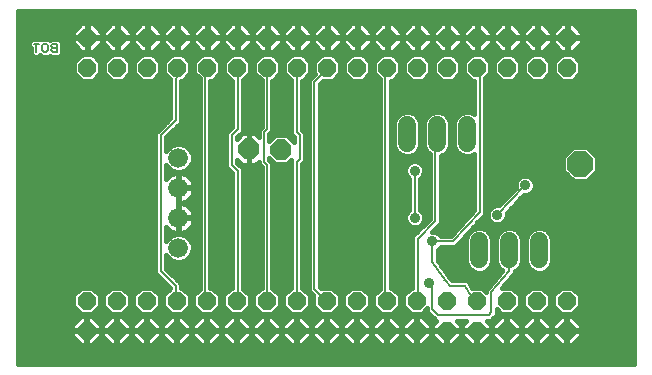
<source format=gbl>
G75*
%MOIN*%
%OFA0B0*%
%FSLAX25Y25*%
%IPPOS*%
%LPD*%
%AMOC8*
5,1,8,0,0,1.08239X$1,22.5*
%
%ADD10C,0.00500*%
%ADD11OC8,0.05906*%
%ADD12C,0.06000*%
%ADD13OC8,0.08500*%
%ADD14OC8,0.07000*%
%ADD15C,0.06600*%
%ADD16C,0.01600*%
%ADD17C,0.03569*%
%ADD18C,0.00787*%
%ADD19C,0.00591*%
D10*
X0010504Y0114458D02*
X0010504Y0117161D01*
X0011405Y0117161D02*
X0009603Y0117161D01*
X0012550Y0116710D02*
X0013000Y0117161D01*
X0013901Y0117161D01*
X0014352Y0116710D01*
X0014352Y0114909D01*
X0013901Y0114458D01*
X0013000Y0114458D01*
X0012550Y0114909D01*
X0012550Y0116710D01*
X0015496Y0116710D02*
X0015496Y0116260D01*
X0015947Y0115809D01*
X0017298Y0115809D01*
X0017298Y0114458D02*
X0015947Y0114458D01*
X0015496Y0114909D01*
X0015496Y0115359D01*
X0015947Y0115809D01*
X0015496Y0116710D02*
X0015947Y0117161D01*
X0017298Y0117161D01*
X0017298Y0114458D01*
D11*
X0027493Y0119204D03*
X0037493Y0119204D03*
X0047493Y0119204D03*
X0057493Y0119204D03*
X0067493Y0119204D03*
X0077493Y0119204D03*
X0087493Y0119204D03*
X0097493Y0119204D03*
X0107493Y0119204D03*
X0117493Y0119204D03*
X0127493Y0119204D03*
X0137493Y0119204D03*
X0147493Y0119204D03*
X0157493Y0119204D03*
X0167493Y0119204D03*
X0177493Y0119204D03*
X0187493Y0119204D03*
X0187493Y0109204D03*
X0177493Y0109204D03*
X0167493Y0109204D03*
X0157493Y0109204D03*
X0147493Y0109204D03*
X0137493Y0109204D03*
X0127493Y0109204D03*
X0117493Y0109204D03*
X0107493Y0109204D03*
X0097493Y0109204D03*
X0087493Y0109204D03*
X0077493Y0109204D03*
X0067493Y0109204D03*
X0057493Y0109204D03*
X0047493Y0109204D03*
X0037493Y0109204D03*
X0027493Y0109204D03*
X0027241Y0031531D03*
X0037241Y0031531D03*
X0047241Y0031531D03*
X0057241Y0031531D03*
X0067241Y0031531D03*
X0077241Y0031531D03*
X0087241Y0031531D03*
X0097241Y0031531D03*
X0107241Y0031531D03*
X0117241Y0031531D03*
X0127241Y0031531D03*
X0137241Y0031531D03*
X0147241Y0031531D03*
X0157241Y0031531D03*
X0167241Y0031531D03*
X0177241Y0031531D03*
X0187241Y0031531D03*
X0187241Y0021531D03*
X0177241Y0021531D03*
X0167241Y0021531D03*
X0157241Y0021531D03*
X0147241Y0021531D03*
X0137241Y0021531D03*
X0127241Y0021531D03*
X0117241Y0021531D03*
X0107241Y0021531D03*
X0097241Y0021531D03*
X0087241Y0021531D03*
X0077241Y0021531D03*
X0067241Y0021531D03*
X0057241Y0021531D03*
X0047241Y0021531D03*
X0037241Y0021531D03*
X0027241Y0021531D03*
D12*
X0134123Y0084023D02*
X0134123Y0090023D01*
X0144123Y0090023D02*
X0144123Y0084023D01*
X0154123Y0084023D02*
X0154123Y0090023D01*
X0158139Y0051263D02*
X0158139Y0045263D01*
X0168139Y0045263D02*
X0168139Y0051263D01*
X0178139Y0051263D02*
X0178139Y0045263D01*
D13*
X0191800Y0077082D03*
D14*
X0092170Y0081870D03*
X0081343Y0081972D03*
D15*
X0057902Y0079090D03*
X0057902Y0069090D03*
X0057902Y0059090D03*
X0057902Y0049090D03*
D16*
X0004384Y0010493D02*
X0209846Y0010493D01*
X0209846Y0127988D01*
X0004384Y0127988D01*
X0004384Y0010493D01*
X0004384Y0011225D02*
X0209846Y0011225D01*
X0209846Y0012823D02*
X0004384Y0012823D01*
X0004384Y0014422D02*
X0209846Y0014422D01*
X0209846Y0016020D02*
X0004384Y0016020D01*
X0004384Y0017619D02*
X0024432Y0017619D01*
X0025272Y0016778D02*
X0027057Y0016778D01*
X0027057Y0021347D01*
X0027425Y0021347D01*
X0027425Y0016778D01*
X0029210Y0016778D01*
X0031994Y0019563D01*
X0031994Y0021347D01*
X0027425Y0021347D01*
X0027425Y0021715D01*
X0031994Y0021715D01*
X0031994Y0023500D01*
X0029210Y0026284D01*
X0027425Y0026284D01*
X0027425Y0021716D01*
X0027057Y0021716D01*
X0027057Y0026284D01*
X0025272Y0026284D01*
X0022488Y0023500D01*
X0022488Y0021715D01*
X0027057Y0021715D01*
X0027057Y0021347D01*
X0022488Y0021347D01*
X0022488Y0019563D01*
X0025272Y0016778D01*
X0027057Y0017619D02*
X0027425Y0017619D01*
X0027425Y0019217D02*
X0027057Y0019217D01*
X0030050Y0017619D02*
X0034432Y0017619D01*
X0035272Y0016778D02*
X0037057Y0016778D01*
X0037057Y0021347D01*
X0037425Y0021347D01*
X0037425Y0016778D01*
X0039210Y0016778D01*
X0041994Y0019563D01*
X0041994Y0021347D01*
X0037425Y0021347D01*
X0037425Y0021715D01*
X0041994Y0021715D01*
X0041994Y0023500D01*
X0039210Y0026284D01*
X0037425Y0026284D01*
X0037425Y0021716D01*
X0037057Y0021716D01*
X0037057Y0026284D01*
X0035272Y0026284D01*
X0032488Y0023500D01*
X0032488Y0021715D01*
X0037057Y0021715D01*
X0037057Y0021347D01*
X0032488Y0021347D01*
X0032488Y0019563D01*
X0035272Y0016778D01*
X0037057Y0017619D02*
X0037425Y0017619D01*
X0037425Y0019217D02*
X0037057Y0019217D01*
X0040050Y0017619D02*
X0044432Y0017619D01*
X0045272Y0016778D02*
X0047057Y0016778D01*
X0047057Y0021347D01*
X0047425Y0021347D01*
X0047425Y0016778D01*
X0049210Y0016778D01*
X0051994Y0019563D01*
X0051994Y0021347D01*
X0047425Y0021347D01*
X0047425Y0021715D01*
X0051994Y0021715D01*
X0051994Y0023500D01*
X0049210Y0026284D01*
X0047425Y0026284D01*
X0047425Y0021716D01*
X0047057Y0021716D01*
X0047057Y0026284D01*
X0045272Y0026284D01*
X0042488Y0023500D01*
X0042488Y0021715D01*
X0047057Y0021715D01*
X0047057Y0021347D01*
X0042488Y0021347D01*
X0042488Y0019563D01*
X0045272Y0016778D01*
X0047057Y0017619D02*
X0047425Y0017619D01*
X0047425Y0019217D02*
X0047057Y0019217D01*
X0050050Y0017619D02*
X0054432Y0017619D01*
X0055272Y0016778D02*
X0057057Y0016778D01*
X0057057Y0021347D01*
X0057425Y0021347D01*
X0057425Y0016778D01*
X0059210Y0016778D01*
X0061994Y0019563D01*
X0061994Y0021347D01*
X0057425Y0021347D01*
X0057425Y0021715D01*
X0061994Y0021715D01*
X0061994Y0023500D01*
X0059210Y0026284D01*
X0057425Y0026284D01*
X0057425Y0021716D01*
X0057057Y0021716D01*
X0057057Y0026284D01*
X0055272Y0026284D01*
X0052488Y0023500D01*
X0052488Y0021715D01*
X0057057Y0021715D01*
X0057057Y0021347D01*
X0052488Y0021347D01*
X0052488Y0019563D01*
X0055272Y0016778D01*
X0057057Y0017619D02*
X0057425Y0017619D01*
X0057425Y0019217D02*
X0057057Y0019217D01*
X0060050Y0017619D02*
X0064432Y0017619D01*
X0065272Y0016778D02*
X0067057Y0016778D01*
X0067057Y0021347D01*
X0067425Y0021347D01*
X0067425Y0016778D01*
X0069210Y0016778D01*
X0071994Y0019563D01*
X0071994Y0021347D01*
X0067425Y0021347D01*
X0067425Y0021715D01*
X0071994Y0021715D01*
X0071994Y0023500D01*
X0069210Y0026284D01*
X0067425Y0026284D01*
X0067425Y0021716D01*
X0067057Y0021716D01*
X0067057Y0026284D01*
X0065272Y0026284D01*
X0062488Y0023500D01*
X0062488Y0021715D01*
X0067057Y0021715D01*
X0067057Y0021347D01*
X0062488Y0021347D01*
X0062488Y0019563D01*
X0065272Y0016778D01*
X0067057Y0017619D02*
X0067425Y0017619D01*
X0067425Y0019217D02*
X0067057Y0019217D01*
X0070050Y0017619D02*
X0074432Y0017619D01*
X0075272Y0016778D02*
X0077057Y0016778D01*
X0077057Y0021347D01*
X0077425Y0021347D01*
X0077425Y0016778D01*
X0079210Y0016778D01*
X0081994Y0019563D01*
X0081994Y0021347D01*
X0077425Y0021347D01*
X0077425Y0021715D01*
X0081994Y0021715D01*
X0081994Y0023500D01*
X0079210Y0026284D01*
X0077425Y0026284D01*
X0077425Y0021716D01*
X0077057Y0021716D01*
X0077057Y0026284D01*
X0075272Y0026284D01*
X0072488Y0023500D01*
X0072488Y0021715D01*
X0077057Y0021715D01*
X0077057Y0021347D01*
X0072488Y0021347D01*
X0072488Y0019563D01*
X0075272Y0016778D01*
X0077057Y0017619D02*
X0077425Y0017619D01*
X0077425Y0019217D02*
X0077057Y0019217D01*
X0080050Y0017619D02*
X0084432Y0017619D01*
X0085272Y0016778D02*
X0087057Y0016778D01*
X0087057Y0021347D01*
X0087425Y0021347D01*
X0087425Y0016778D01*
X0089210Y0016778D01*
X0091994Y0019563D01*
X0091994Y0021347D01*
X0087425Y0021347D01*
X0087425Y0021715D01*
X0091994Y0021715D01*
X0091994Y0023500D01*
X0089210Y0026284D01*
X0087425Y0026284D01*
X0087425Y0021716D01*
X0087057Y0021716D01*
X0087057Y0026284D01*
X0085272Y0026284D01*
X0082488Y0023500D01*
X0082488Y0021715D01*
X0087057Y0021715D01*
X0087057Y0021347D01*
X0082488Y0021347D01*
X0082488Y0019563D01*
X0085272Y0016778D01*
X0087057Y0017619D02*
X0087425Y0017619D01*
X0087425Y0019217D02*
X0087057Y0019217D01*
X0090050Y0017619D02*
X0094432Y0017619D01*
X0095272Y0016778D02*
X0097057Y0016778D01*
X0097057Y0021347D01*
X0097425Y0021347D01*
X0097425Y0016778D01*
X0099210Y0016778D01*
X0101994Y0019563D01*
X0101994Y0021347D01*
X0097425Y0021347D01*
X0097425Y0021715D01*
X0101994Y0021715D01*
X0101994Y0023500D01*
X0099210Y0026284D01*
X0097425Y0026284D01*
X0097425Y0021716D01*
X0097057Y0021716D01*
X0097057Y0026284D01*
X0095272Y0026284D01*
X0092488Y0023500D01*
X0092488Y0021715D01*
X0097057Y0021715D01*
X0097057Y0021347D01*
X0092488Y0021347D01*
X0092488Y0019563D01*
X0095272Y0016778D01*
X0097057Y0017619D02*
X0097425Y0017619D01*
X0097425Y0019217D02*
X0097057Y0019217D01*
X0100050Y0017619D02*
X0104432Y0017619D01*
X0105272Y0016778D02*
X0107057Y0016778D01*
X0107057Y0021347D01*
X0107425Y0021347D01*
X0107425Y0016778D01*
X0109210Y0016778D01*
X0111994Y0019563D01*
X0111994Y0021347D01*
X0107425Y0021347D01*
X0107425Y0021715D01*
X0111994Y0021715D01*
X0111994Y0023500D01*
X0109210Y0026284D01*
X0107425Y0026284D01*
X0107425Y0021716D01*
X0107057Y0021716D01*
X0107057Y0026284D01*
X0105272Y0026284D01*
X0102488Y0023500D01*
X0102488Y0021715D01*
X0107057Y0021715D01*
X0107057Y0021347D01*
X0102488Y0021347D01*
X0102488Y0019563D01*
X0105272Y0016778D01*
X0107057Y0017619D02*
X0107425Y0017619D01*
X0107425Y0019217D02*
X0107057Y0019217D01*
X0110050Y0017619D02*
X0114432Y0017619D01*
X0115272Y0016778D02*
X0117057Y0016778D01*
X0117057Y0021347D01*
X0117425Y0021347D01*
X0117425Y0016778D01*
X0119210Y0016778D01*
X0121994Y0019563D01*
X0121994Y0021347D01*
X0117425Y0021347D01*
X0117425Y0021715D01*
X0121994Y0021715D01*
X0121994Y0023500D01*
X0119210Y0026284D01*
X0117425Y0026284D01*
X0117425Y0021716D01*
X0117057Y0021716D01*
X0117057Y0026284D01*
X0115272Y0026284D01*
X0112488Y0023500D01*
X0112488Y0021715D01*
X0117057Y0021715D01*
X0117057Y0021347D01*
X0112488Y0021347D01*
X0112488Y0019563D01*
X0115272Y0016778D01*
X0117057Y0017619D02*
X0117425Y0017619D01*
X0117425Y0019217D02*
X0117057Y0019217D01*
X0120050Y0017619D02*
X0124432Y0017619D01*
X0125272Y0016778D02*
X0127057Y0016778D01*
X0127057Y0021347D01*
X0127425Y0021347D01*
X0127425Y0016778D01*
X0129210Y0016778D01*
X0131994Y0019563D01*
X0131994Y0021347D01*
X0127425Y0021347D01*
X0127425Y0021715D01*
X0131994Y0021715D01*
X0131994Y0023500D01*
X0129210Y0026284D01*
X0127425Y0026284D01*
X0127425Y0021716D01*
X0127057Y0021716D01*
X0127057Y0026284D01*
X0125272Y0026284D01*
X0122488Y0023500D01*
X0122488Y0021715D01*
X0127057Y0021715D01*
X0127057Y0021347D01*
X0122488Y0021347D01*
X0122488Y0019563D01*
X0125272Y0016778D01*
X0127057Y0017619D02*
X0127425Y0017619D01*
X0127425Y0019217D02*
X0127057Y0019217D01*
X0130050Y0017619D02*
X0134432Y0017619D01*
X0135272Y0016778D02*
X0137057Y0016778D01*
X0137057Y0021347D01*
X0137425Y0021347D01*
X0137425Y0016778D01*
X0139210Y0016778D01*
X0141994Y0019563D01*
X0141994Y0021347D01*
X0137425Y0021347D01*
X0137425Y0021715D01*
X0141994Y0021715D01*
X0141994Y0023500D01*
X0139210Y0026284D01*
X0137425Y0026284D01*
X0137425Y0021716D01*
X0137057Y0021716D01*
X0137057Y0026284D01*
X0135272Y0026284D01*
X0132488Y0023500D01*
X0132488Y0021715D01*
X0137057Y0021715D01*
X0137057Y0021347D01*
X0132488Y0021347D01*
X0132488Y0019563D01*
X0135272Y0016778D01*
X0137057Y0017619D02*
X0137425Y0017619D01*
X0137425Y0019217D02*
X0137057Y0019217D01*
X0140050Y0017619D02*
X0144432Y0017619D01*
X0145272Y0016778D02*
X0147057Y0016778D01*
X0147057Y0021347D01*
X0147425Y0021347D01*
X0147425Y0016778D01*
X0149210Y0016778D01*
X0151994Y0019563D01*
X0151994Y0021347D01*
X0147425Y0021347D01*
X0147425Y0021715D01*
X0151994Y0021715D01*
X0151994Y0023500D01*
X0150668Y0024826D01*
X0153814Y0024826D01*
X0152488Y0023500D01*
X0152488Y0021715D01*
X0157057Y0021715D01*
X0157057Y0021347D01*
X0157425Y0021347D01*
X0157425Y0016778D01*
X0159210Y0016778D01*
X0161994Y0019563D01*
X0161994Y0021347D01*
X0157425Y0021347D01*
X0157425Y0021715D01*
X0161994Y0021715D01*
X0161994Y0023500D01*
X0160668Y0024826D01*
X0161988Y0024826D01*
X0162972Y0025810D01*
X0164017Y0026855D01*
X0164017Y0028612D01*
X0165442Y0027188D01*
X0169040Y0027188D01*
X0171584Y0029732D01*
X0171584Y0033330D01*
X0169040Y0035874D01*
X0165775Y0035874D01*
X0169449Y0040161D01*
X0169923Y0040635D01*
X0169923Y0040714D01*
X0169974Y0040774D01*
X0169937Y0041256D01*
X0170626Y0041541D01*
X0171861Y0042776D01*
X0172529Y0044390D01*
X0172529Y0052137D01*
X0171861Y0053751D01*
X0170626Y0054986D01*
X0169012Y0055654D01*
X0167265Y0055654D01*
X0165652Y0054986D01*
X0164416Y0053751D01*
X0163748Y0052137D01*
X0163748Y0044390D01*
X0164416Y0042776D01*
X0165652Y0041541D01*
X0165859Y0041456D01*
X0160923Y0035697D01*
X0160449Y0035223D01*
X0160449Y0035144D01*
X0160397Y0035084D01*
X0160445Y0034470D01*
X0159040Y0035874D01*
X0155802Y0035874D01*
X0155159Y0036947D01*
X0155159Y0037191D01*
X0154792Y0037559D01*
X0154525Y0038004D01*
X0154287Y0038064D01*
X0154114Y0038237D01*
X0153594Y0038237D01*
X0153091Y0038363D01*
X0152881Y0038237D01*
X0149193Y0038237D01*
X0148353Y0039077D01*
X0144332Y0044884D01*
X0144332Y0048519D01*
X0144346Y0048525D01*
X0145239Y0049418D01*
X0145245Y0049432D01*
X0148753Y0049432D01*
X0148794Y0049396D01*
X0149485Y0049432D01*
X0150177Y0049432D01*
X0150215Y0049470D01*
X0150270Y0049473D01*
X0150733Y0049988D01*
X0151222Y0050477D01*
X0151222Y0050532D01*
X0159591Y0059830D01*
X0160080Y0060320D01*
X0160080Y0060374D01*
X0160117Y0060414D01*
X0160080Y0061106D01*
X0160080Y0105649D01*
X0161836Y0107405D01*
X0161836Y0111003D01*
X0159292Y0113547D01*
X0155694Y0113547D01*
X0153150Y0111003D01*
X0153150Y0107405D01*
X0155694Y0104861D01*
X0156512Y0104861D01*
X0156512Y0093786D01*
X0154996Y0094414D01*
X0153249Y0094414D01*
X0151636Y0093745D01*
X0150401Y0092510D01*
X0149732Y0090897D01*
X0149732Y0083150D01*
X0150401Y0081536D01*
X0151636Y0080301D01*
X0153249Y0079633D01*
X0154996Y0079633D01*
X0156512Y0080261D01*
X0156512Y0061743D01*
X0148643Y0053000D01*
X0145245Y0053000D01*
X0145239Y0053015D01*
X0144346Y0053908D01*
X0143180Y0054391D01*
X0142341Y0054391D01*
X0145317Y0057367D01*
X0145317Y0079765D01*
X0146610Y0080301D01*
X0147845Y0081536D01*
X0148513Y0083150D01*
X0148513Y0090897D01*
X0147845Y0092510D01*
X0146610Y0093745D01*
X0144996Y0094414D01*
X0143249Y0094414D01*
X0141636Y0093745D01*
X0140401Y0092510D01*
X0139732Y0090897D01*
X0139732Y0083150D01*
X0140401Y0081536D01*
X0141636Y0080301D01*
X0141748Y0080255D01*
X0141748Y0058845D01*
X0136888Y0053985D01*
X0135843Y0052940D01*
X0135843Y0035874D01*
X0135442Y0035874D01*
X0132898Y0033330D01*
X0132898Y0029732D01*
X0135442Y0027188D01*
X0139040Y0027188D01*
X0140764Y0028912D01*
X0140764Y0027839D01*
X0142732Y0025871D01*
X0143777Y0024826D01*
X0143814Y0024826D01*
X0142488Y0023500D01*
X0142488Y0021715D01*
X0147057Y0021715D01*
X0147057Y0021347D01*
X0142488Y0021347D01*
X0142488Y0019563D01*
X0145272Y0016778D01*
X0147057Y0017619D02*
X0147425Y0017619D01*
X0147425Y0019217D02*
X0147057Y0019217D01*
X0150050Y0017619D02*
X0154432Y0017619D01*
X0155272Y0016778D02*
X0157057Y0016778D01*
X0157057Y0021347D01*
X0152488Y0021347D01*
X0152488Y0019563D01*
X0155272Y0016778D01*
X0157057Y0017619D02*
X0157425Y0017619D01*
X0157425Y0019217D02*
X0157057Y0019217D01*
X0160050Y0017619D02*
X0164432Y0017619D01*
X0165272Y0016778D02*
X0167057Y0016778D01*
X0167057Y0021347D01*
X0167425Y0021347D01*
X0167425Y0016778D01*
X0169210Y0016778D01*
X0171994Y0019563D01*
X0171994Y0021347D01*
X0167425Y0021347D01*
X0167425Y0021715D01*
X0171994Y0021715D01*
X0171994Y0023500D01*
X0169210Y0026284D01*
X0167425Y0026284D01*
X0167425Y0021716D01*
X0167057Y0021716D01*
X0167057Y0026284D01*
X0165272Y0026284D01*
X0162488Y0023500D01*
X0162488Y0021715D01*
X0167057Y0021715D01*
X0167057Y0021347D01*
X0162488Y0021347D01*
X0162488Y0019563D01*
X0165272Y0016778D01*
X0167057Y0017619D02*
X0167425Y0017619D01*
X0167425Y0019217D02*
X0167057Y0019217D01*
X0170050Y0017619D02*
X0174432Y0017619D01*
X0175272Y0016778D02*
X0177057Y0016778D01*
X0177057Y0021347D01*
X0177425Y0021347D01*
X0177425Y0016778D01*
X0179210Y0016778D01*
X0181994Y0019563D01*
X0181994Y0021347D01*
X0177425Y0021347D01*
X0177425Y0021715D01*
X0181994Y0021715D01*
X0181994Y0023500D01*
X0179210Y0026284D01*
X0177425Y0026284D01*
X0177425Y0021716D01*
X0177057Y0021716D01*
X0177057Y0026284D01*
X0175272Y0026284D01*
X0172488Y0023500D01*
X0172488Y0021715D01*
X0177057Y0021715D01*
X0177057Y0021347D01*
X0172488Y0021347D01*
X0172488Y0019563D01*
X0175272Y0016778D01*
X0177057Y0017619D02*
X0177425Y0017619D01*
X0177425Y0019217D02*
X0177057Y0019217D01*
X0180050Y0017619D02*
X0184432Y0017619D01*
X0185272Y0016778D02*
X0187057Y0016778D01*
X0187057Y0021347D01*
X0187425Y0021347D01*
X0187425Y0016778D01*
X0189210Y0016778D01*
X0191994Y0019563D01*
X0191994Y0021347D01*
X0187425Y0021347D01*
X0187425Y0021715D01*
X0191994Y0021715D01*
X0191994Y0023500D01*
X0189210Y0026284D01*
X0187425Y0026284D01*
X0187425Y0021716D01*
X0187057Y0021716D01*
X0187057Y0026284D01*
X0185272Y0026284D01*
X0182488Y0023500D01*
X0182488Y0021715D01*
X0187057Y0021715D01*
X0187057Y0021347D01*
X0182488Y0021347D01*
X0182488Y0019563D01*
X0185272Y0016778D01*
X0187057Y0017619D02*
X0187425Y0017619D01*
X0187425Y0019217D02*
X0187057Y0019217D01*
X0190050Y0017619D02*
X0209846Y0017619D01*
X0209846Y0019217D02*
X0191648Y0019217D01*
X0191994Y0020816D02*
X0209846Y0020816D01*
X0209846Y0022414D02*
X0191994Y0022414D01*
X0191481Y0024013D02*
X0209846Y0024013D01*
X0209846Y0025611D02*
X0189882Y0025611D01*
X0189040Y0027188D02*
X0191584Y0029732D01*
X0191584Y0033330D01*
X0189040Y0035874D01*
X0185442Y0035874D01*
X0182898Y0033330D01*
X0182898Y0029732D01*
X0185442Y0027188D01*
X0189040Y0027188D01*
X0189062Y0027210D02*
X0209846Y0027210D01*
X0209846Y0028808D02*
X0190660Y0028808D01*
X0191584Y0030407D02*
X0209846Y0030407D01*
X0209846Y0032005D02*
X0191584Y0032005D01*
X0191311Y0033604D02*
X0209846Y0033604D01*
X0209846Y0035202D02*
X0189712Y0035202D01*
X0184770Y0035202D02*
X0179712Y0035202D01*
X0179040Y0035874D02*
X0175442Y0035874D01*
X0172898Y0033330D01*
X0172898Y0029732D01*
X0175442Y0027188D01*
X0179040Y0027188D01*
X0181584Y0029732D01*
X0181584Y0033330D01*
X0179040Y0035874D01*
X0181311Y0033604D02*
X0183171Y0033604D01*
X0182898Y0032005D02*
X0181584Y0032005D01*
X0181584Y0030407D02*
X0182898Y0030407D01*
X0183821Y0028808D02*
X0180660Y0028808D01*
X0179062Y0027210D02*
X0185420Y0027210D01*
X0184600Y0025611D02*
X0179882Y0025611D01*
X0181481Y0024013D02*
X0183001Y0024013D01*
X0182488Y0022414D02*
X0181994Y0022414D01*
X0181994Y0020816D02*
X0182488Y0020816D01*
X0182833Y0019217D02*
X0181648Y0019217D01*
X0177425Y0020816D02*
X0177057Y0020816D01*
X0177057Y0022414D02*
X0177425Y0022414D01*
X0177425Y0024013D02*
X0177057Y0024013D01*
X0177057Y0025611D02*
X0177425Y0025611D01*
X0175420Y0027210D02*
X0169062Y0027210D01*
X0169882Y0025611D02*
X0174600Y0025611D01*
X0173001Y0024013D02*
X0171481Y0024013D01*
X0171994Y0022414D02*
X0172488Y0022414D01*
X0172488Y0020816D02*
X0171994Y0020816D01*
X0171648Y0019217D02*
X0172833Y0019217D01*
X0167425Y0020816D02*
X0167057Y0020816D01*
X0167057Y0022414D02*
X0167425Y0022414D01*
X0167425Y0024013D02*
X0167057Y0024013D01*
X0167057Y0025611D02*
X0167425Y0025611D01*
X0165420Y0027210D02*
X0164017Y0027210D01*
X0164600Y0025611D02*
X0162773Y0025611D01*
X0163001Y0024013D02*
X0161481Y0024013D01*
X0161994Y0022414D02*
X0162488Y0022414D01*
X0162488Y0020816D02*
X0161994Y0020816D01*
X0161648Y0019217D02*
X0162833Y0019217D01*
X0157425Y0020816D02*
X0157057Y0020816D01*
X0152488Y0020816D02*
X0151994Y0020816D01*
X0151994Y0022414D02*
X0152488Y0022414D01*
X0153001Y0024013D02*
X0151481Y0024013D01*
X0147425Y0020816D02*
X0147057Y0020816D01*
X0142833Y0019217D02*
X0141648Y0019217D01*
X0141994Y0020816D02*
X0142488Y0020816D01*
X0142488Y0022414D02*
X0141994Y0022414D01*
X0141481Y0024013D02*
X0143001Y0024013D01*
X0142992Y0025611D02*
X0139882Y0025611D01*
X0139062Y0027210D02*
X0141393Y0027210D01*
X0140764Y0028808D02*
X0140660Y0028808D01*
X0135420Y0027210D02*
X0129062Y0027210D01*
X0129040Y0027188D02*
X0131584Y0029732D01*
X0131584Y0033330D01*
X0129040Y0035874D01*
X0128584Y0035874D01*
X0128584Y0104861D01*
X0129292Y0104861D01*
X0131836Y0107405D01*
X0131836Y0111003D01*
X0129292Y0113547D01*
X0125694Y0113547D01*
X0123150Y0111003D01*
X0123150Y0107405D01*
X0125016Y0105539D01*
X0125016Y0035448D01*
X0122898Y0033330D01*
X0122898Y0029732D01*
X0125442Y0027188D01*
X0129040Y0027188D01*
X0129882Y0025611D02*
X0134600Y0025611D01*
X0133001Y0024013D02*
X0131481Y0024013D01*
X0131994Y0022414D02*
X0132488Y0022414D01*
X0132488Y0020816D02*
X0131994Y0020816D01*
X0127425Y0020816D02*
X0127057Y0020816D01*
X0127057Y0022414D02*
X0127425Y0022414D01*
X0127425Y0024013D02*
X0127057Y0024013D01*
X0127057Y0025611D02*
X0127425Y0025611D01*
X0125420Y0027210D02*
X0119062Y0027210D01*
X0119040Y0027188D02*
X0121584Y0029732D01*
X0121584Y0033330D01*
X0119040Y0035874D01*
X0115442Y0035874D01*
X0112898Y0033330D01*
X0112898Y0029732D01*
X0115442Y0027188D01*
X0119040Y0027188D01*
X0119882Y0025611D02*
X0124600Y0025611D01*
X0123001Y0024013D02*
X0121481Y0024013D01*
X0121994Y0022414D02*
X0122488Y0022414D01*
X0122488Y0020816D02*
X0121994Y0020816D01*
X0121648Y0019217D02*
X0122833Y0019217D01*
X0117425Y0020816D02*
X0117057Y0020816D01*
X0117057Y0022414D02*
X0117425Y0022414D01*
X0117425Y0024013D02*
X0117057Y0024013D01*
X0117057Y0025611D02*
X0117425Y0025611D01*
X0115420Y0027210D02*
X0109062Y0027210D01*
X0109040Y0027188D02*
X0111584Y0029732D01*
X0111584Y0033330D01*
X0109040Y0035874D01*
X0105442Y0035874D01*
X0105368Y0035801D01*
X0104962Y0036207D01*
X0104962Y0103627D01*
X0106196Y0104861D01*
X0109292Y0104861D01*
X0111836Y0107405D01*
X0111836Y0111003D01*
X0109292Y0113547D01*
X0105694Y0113547D01*
X0103150Y0111003D01*
X0103150Y0107405D01*
X0103422Y0107133D01*
X0101394Y0105105D01*
X0101394Y0034729D01*
X0102439Y0033684D01*
X0102898Y0033225D01*
X0102898Y0029732D01*
X0105442Y0027188D01*
X0109040Y0027188D01*
X0109882Y0025611D02*
X0114600Y0025611D01*
X0113001Y0024013D02*
X0111481Y0024013D01*
X0111994Y0022414D02*
X0112488Y0022414D01*
X0112488Y0020816D02*
X0111994Y0020816D01*
X0107425Y0020816D02*
X0107057Y0020816D01*
X0107057Y0022414D02*
X0107425Y0022414D01*
X0107425Y0024013D02*
X0107057Y0024013D01*
X0107057Y0025611D02*
X0107425Y0025611D01*
X0105420Y0027210D02*
X0099062Y0027210D01*
X0099040Y0027188D02*
X0101584Y0029732D01*
X0101584Y0033330D01*
X0099057Y0035858D01*
X0099057Y0077052D01*
X0100041Y0078036D01*
X0100041Y0087388D01*
X0099057Y0088373D01*
X0099057Y0104861D01*
X0099292Y0104861D01*
X0101836Y0107405D01*
X0101836Y0111003D01*
X0099292Y0113547D01*
X0095694Y0113547D01*
X0093150Y0111003D01*
X0093150Y0107405D01*
X0095488Y0105066D01*
X0095488Y0086894D01*
X0096472Y0085910D01*
X0096472Y0084484D01*
X0094196Y0086760D01*
X0090144Y0086760D01*
X0088230Y0084846D01*
X0088230Y0086894D01*
X0089214Y0087879D01*
X0089214Y0104861D01*
X0089292Y0104861D01*
X0091836Y0107405D01*
X0091836Y0111003D01*
X0089292Y0113547D01*
X0085694Y0113547D01*
X0083150Y0111003D01*
X0083150Y0107405D01*
X0085646Y0104909D01*
X0085646Y0089357D01*
X0084661Y0088373D01*
X0084661Y0086149D01*
X0083539Y0087272D01*
X0081443Y0087272D01*
X0081443Y0082072D01*
X0081243Y0082072D01*
X0081243Y0087272D01*
X0079148Y0087272D01*
X0077403Y0085527D01*
X0077403Y0085910D01*
X0079372Y0087879D01*
X0079372Y0104940D01*
X0081836Y0107405D01*
X0081836Y0111003D01*
X0079292Y0113547D01*
X0075694Y0113547D01*
X0073150Y0111003D01*
X0073150Y0107405D01*
X0075694Y0104861D01*
X0075803Y0104861D01*
X0075803Y0089357D01*
X0074880Y0088434D01*
X0073835Y0087388D01*
X0073835Y0076068D01*
X0074880Y0075023D01*
X0075803Y0074099D01*
X0075803Y0035874D01*
X0075442Y0035874D01*
X0072898Y0033330D01*
X0072898Y0029732D01*
X0075442Y0027188D01*
X0079040Y0027188D01*
X0081584Y0029732D01*
X0081584Y0033330D01*
X0079372Y0035543D01*
X0079372Y0075577D01*
X0078326Y0076623D01*
X0077403Y0077546D01*
X0077403Y0078417D01*
X0079148Y0076672D01*
X0081243Y0076672D01*
X0081243Y0081872D01*
X0081443Y0081872D01*
X0081443Y0076672D01*
X0083539Y0076672D01*
X0084661Y0077795D01*
X0084661Y0077052D01*
X0085646Y0076068D01*
X0085646Y0035874D01*
X0085442Y0035874D01*
X0082898Y0033330D01*
X0082898Y0029732D01*
X0085442Y0027188D01*
X0089040Y0027188D01*
X0091584Y0029732D01*
X0091584Y0033330D01*
X0089214Y0035700D01*
X0089214Y0077546D01*
X0088230Y0078530D01*
X0088230Y0078894D01*
X0090144Y0076979D01*
X0094196Y0076979D01*
X0095488Y0078272D01*
X0095488Y0035874D01*
X0095442Y0035874D01*
X0092898Y0033330D01*
X0092898Y0029732D01*
X0095442Y0027188D01*
X0099040Y0027188D01*
X0099882Y0025611D02*
X0104600Y0025611D01*
X0103001Y0024013D02*
X0101481Y0024013D01*
X0101994Y0022414D02*
X0102488Y0022414D01*
X0102488Y0020816D02*
X0101994Y0020816D01*
X0101648Y0019217D02*
X0102833Y0019217D01*
X0097425Y0020816D02*
X0097057Y0020816D01*
X0097057Y0022414D02*
X0097425Y0022414D01*
X0097425Y0024013D02*
X0097057Y0024013D01*
X0097057Y0025611D02*
X0097425Y0025611D01*
X0095420Y0027210D02*
X0089062Y0027210D01*
X0089882Y0025611D02*
X0094600Y0025611D01*
X0093001Y0024013D02*
X0091481Y0024013D01*
X0091994Y0022414D02*
X0092488Y0022414D01*
X0092488Y0020816D02*
X0091994Y0020816D01*
X0087425Y0020816D02*
X0087057Y0020816D01*
X0087057Y0022414D02*
X0087425Y0022414D01*
X0087425Y0024013D02*
X0087057Y0024013D01*
X0087057Y0025611D02*
X0087425Y0025611D01*
X0085420Y0027210D02*
X0079062Y0027210D01*
X0079882Y0025611D02*
X0084600Y0025611D01*
X0083001Y0024013D02*
X0081481Y0024013D01*
X0081994Y0022414D02*
X0082488Y0022414D01*
X0082488Y0020816D02*
X0081994Y0020816D01*
X0081648Y0019217D02*
X0082833Y0019217D01*
X0077425Y0020816D02*
X0077057Y0020816D01*
X0077057Y0022414D02*
X0077425Y0022414D01*
X0077425Y0024013D02*
X0077057Y0024013D01*
X0077057Y0025611D02*
X0077425Y0025611D01*
X0075420Y0027210D02*
X0069062Y0027210D01*
X0069040Y0027188D02*
X0071584Y0029732D01*
X0071584Y0033330D01*
X0069040Y0035874D01*
X0068545Y0035874D01*
X0068545Y0104861D01*
X0069292Y0104861D01*
X0071836Y0107405D01*
X0071836Y0111003D01*
X0069292Y0113547D01*
X0065694Y0113547D01*
X0063150Y0111003D01*
X0063150Y0107405D01*
X0064976Y0105578D01*
X0064976Y0035409D01*
X0062898Y0033330D01*
X0062898Y0029732D01*
X0065442Y0027188D01*
X0069040Y0027188D01*
X0069882Y0025611D02*
X0074600Y0025611D01*
X0073001Y0024013D02*
X0071481Y0024013D01*
X0071994Y0022414D02*
X0072488Y0022414D01*
X0072488Y0020816D02*
X0071994Y0020816D01*
X0071648Y0019217D02*
X0072833Y0019217D01*
X0067425Y0020816D02*
X0067057Y0020816D01*
X0067057Y0022414D02*
X0067425Y0022414D01*
X0067425Y0024013D02*
X0067057Y0024013D01*
X0067057Y0025611D02*
X0067425Y0025611D01*
X0065420Y0027210D02*
X0059062Y0027210D01*
X0059040Y0027188D02*
X0061584Y0029732D01*
X0061584Y0033330D01*
X0059040Y0035874D01*
X0058702Y0035874D01*
X0058702Y0037191D01*
X0057657Y0038237D01*
X0053781Y0042113D01*
X0053781Y0046783D01*
X0053926Y0046433D01*
X0055245Y0045114D01*
X0056969Y0044400D01*
X0058835Y0044400D01*
X0060559Y0045114D01*
X0061879Y0046433D01*
X0062593Y0048157D01*
X0062593Y0050023D01*
X0061879Y0051747D01*
X0060559Y0053067D01*
X0058835Y0053781D01*
X0056969Y0053781D01*
X0055245Y0053067D01*
X0053926Y0051747D01*
X0053781Y0051398D01*
X0053781Y0056086D01*
X0054012Y0055768D01*
X0054580Y0055200D01*
X0055229Y0054728D01*
X0055945Y0054364D01*
X0056708Y0054116D01*
X0057501Y0053990D01*
X0057702Y0053990D01*
X0057702Y0058890D01*
X0058102Y0058890D01*
X0058102Y0053990D01*
X0058304Y0053990D01*
X0059097Y0054116D01*
X0059860Y0054364D01*
X0060575Y0054728D01*
X0061225Y0055200D01*
X0061792Y0055768D01*
X0062264Y0056417D01*
X0062629Y0057133D01*
X0062877Y0057896D01*
X0063002Y0058689D01*
X0063002Y0058890D01*
X0058102Y0058890D01*
X0058102Y0059290D01*
X0057702Y0059290D01*
X0057702Y0064190D01*
X0057702Y0068890D01*
X0058102Y0068890D01*
X0058102Y0059290D01*
X0063002Y0059290D01*
X0063002Y0059492D01*
X0062877Y0060284D01*
X0062629Y0061048D01*
X0062264Y0061763D01*
X0061792Y0062413D01*
X0061225Y0062980D01*
X0060575Y0063452D01*
X0059860Y0063817D01*
X0059097Y0064065D01*
X0058935Y0064090D01*
X0059097Y0064116D01*
X0059860Y0064364D01*
X0060575Y0064728D01*
X0061225Y0065200D01*
X0061792Y0065768D01*
X0062264Y0066417D01*
X0062629Y0067133D01*
X0062877Y0067896D01*
X0063002Y0068689D01*
X0063002Y0068890D01*
X0058102Y0068890D01*
X0058102Y0069290D01*
X0057702Y0069290D01*
X0057702Y0074190D01*
X0057501Y0074190D01*
X0056708Y0074065D01*
X0055945Y0073817D01*
X0055229Y0073452D01*
X0054580Y0072980D01*
X0054012Y0072413D01*
X0053781Y0072094D01*
X0053781Y0076783D01*
X0053926Y0076433D01*
X0055245Y0075114D01*
X0056969Y0074400D01*
X0058835Y0074400D01*
X0060559Y0075114D01*
X0061879Y0076433D01*
X0062593Y0078157D01*
X0062593Y0080023D01*
X0061879Y0081747D01*
X0060559Y0083067D01*
X0058835Y0083781D01*
X0056969Y0083781D01*
X0055245Y0083067D01*
X0053926Y0081747D01*
X0053781Y0081398D01*
X0053781Y0085910D01*
X0058702Y0090831D01*
X0058702Y0104611D01*
X0058952Y0104861D01*
X0059292Y0104861D01*
X0061836Y0107405D01*
X0061836Y0111003D01*
X0059292Y0113547D01*
X0055694Y0113547D01*
X0053150Y0111003D01*
X0053150Y0107405D01*
X0055134Y0105421D01*
X0055134Y0092310D01*
X0051258Y0088434D01*
X0050213Y0087388D01*
X0050213Y0040635D01*
X0055134Y0035713D01*
X0055134Y0035566D01*
X0052898Y0033330D01*
X0052898Y0029732D01*
X0055442Y0027188D01*
X0059040Y0027188D01*
X0059882Y0025611D02*
X0064600Y0025611D01*
X0063001Y0024013D02*
X0061481Y0024013D01*
X0061994Y0022414D02*
X0062488Y0022414D01*
X0062488Y0020816D02*
X0061994Y0020816D01*
X0061648Y0019217D02*
X0062833Y0019217D01*
X0057425Y0020816D02*
X0057057Y0020816D01*
X0057057Y0022414D02*
X0057425Y0022414D01*
X0057425Y0024013D02*
X0057057Y0024013D01*
X0057057Y0025611D02*
X0057425Y0025611D01*
X0055420Y0027210D02*
X0049062Y0027210D01*
X0049040Y0027188D02*
X0051584Y0029732D01*
X0051584Y0033330D01*
X0049040Y0035874D01*
X0045442Y0035874D01*
X0042898Y0033330D01*
X0042898Y0029732D01*
X0045442Y0027188D01*
X0049040Y0027188D01*
X0049882Y0025611D02*
X0054600Y0025611D01*
X0053001Y0024013D02*
X0051481Y0024013D01*
X0051994Y0022414D02*
X0052488Y0022414D01*
X0052488Y0020816D02*
X0051994Y0020816D01*
X0051648Y0019217D02*
X0052833Y0019217D01*
X0047425Y0020816D02*
X0047057Y0020816D01*
X0047057Y0022414D02*
X0047425Y0022414D01*
X0047425Y0024013D02*
X0047057Y0024013D01*
X0047057Y0025611D02*
X0047425Y0025611D01*
X0045420Y0027210D02*
X0039062Y0027210D01*
X0039040Y0027188D02*
X0041584Y0029732D01*
X0041584Y0033330D01*
X0039040Y0035874D01*
X0035442Y0035874D01*
X0032898Y0033330D01*
X0032898Y0029732D01*
X0035442Y0027188D01*
X0039040Y0027188D01*
X0039882Y0025611D02*
X0044600Y0025611D01*
X0043001Y0024013D02*
X0041481Y0024013D01*
X0041994Y0022414D02*
X0042488Y0022414D01*
X0042488Y0020816D02*
X0041994Y0020816D01*
X0037425Y0020816D02*
X0037057Y0020816D01*
X0037057Y0022414D02*
X0037425Y0022414D01*
X0037425Y0024013D02*
X0037057Y0024013D01*
X0037057Y0025611D02*
X0037425Y0025611D01*
X0035420Y0027210D02*
X0029062Y0027210D01*
X0029040Y0027188D02*
X0031584Y0029732D01*
X0031584Y0033330D01*
X0029040Y0035874D01*
X0025442Y0035874D01*
X0022898Y0033330D01*
X0022898Y0029732D01*
X0025442Y0027188D01*
X0029040Y0027188D01*
X0029882Y0025611D02*
X0034600Y0025611D01*
X0033001Y0024013D02*
X0031481Y0024013D01*
X0031994Y0022414D02*
X0032488Y0022414D01*
X0032488Y0020816D02*
X0031994Y0020816D01*
X0031648Y0019217D02*
X0032833Y0019217D01*
X0027425Y0020816D02*
X0027057Y0020816D01*
X0027057Y0022414D02*
X0027425Y0022414D01*
X0027425Y0024013D02*
X0027057Y0024013D01*
X0027057Y0025611D02*
X0027425Y0025611D01*
X0025420Y0027210D02*
X0004384Y0027210D01*
X0004384Y0028808D02*
X0023821Y0028808D01*
X0022898Y0030407D02*
X0004384Y0030407D01*
X0004384Y0032005D02*
X0022898Y0032005D01*
X0023171Y0033604D02*
X0004384Y0033604D01*
X0004384Y0035202D02*
X0024770Y0035202D01*
X0029712Y0035202D02*
X0034770Y0035202D01*
X0033171Y0033604D02*
X0031311Y0033604D01*
X0031584Y0032005D02*
X0032898Y0032005D01*
X0032898Y0030407D02*
X0031584Y0030407D01*
X0030660Y0028808D02*
X0033821Y0028808D01*
X0040660Y0028808D02*
X0043821Y0028808D01*
X0042898Y0030407D02*
X0041584Y0030407D01*
X0041584Y0032005D02*
X0042898Y0032005D01*
X0043171Y0033604D02*
X0041311Y0033604D01*
X0039712Y0035202D02*
X0044770Y0035202D01*
X0049712Y0035202D02*
X0054770Y0035202D01*
X0054046Y0036801D02*
X0004384Y0036801D01*
X0004384Y0038399D02*
X0052448Y0038399D01*
X0050849Y0039998D02*
X0004384Y0039998D01*
X0004384Y0041596D02*
X0050213Y0041596D01*
X0050213Y0043195D02*
X0004384Y0043195D01*
X0004384Y0044793D02*
X0050213Y0044793D01*
X0050213Y0046392D02*
X0004384Y0046392D01*
X0004384Y0047990D02*
X0050213Y0047990D01*
X0050213Y0049589D02*
X0004384Y0049589D01*
X0004384Y0051187D02*
X0050213Y0051187D01*
X0050213Y0052786D02*
X0004384Y0052786D01*
X0004384Y0054385D02*
X0050213Y0054385D01*
X0050213Y0055983D02*
X0004384Y0055983D01*
X0004384Y0057582D02*
X0050213Y0057582D01*
X0050213Y0059180D02*
X0004384Y0059180D01*
X0004384Y0060779D02*
X0050213Y0060779D01*
X0050213Y0062377D02*
X0004384Y0062377D01*
X0004384Y0063976D02*
X0050213Y0063976D01*
X0050213Y0065574D02*
X0004384Y0065574D01*
X0004384Y0067173D02*
X0050213Y0067173D01*
X0050213Y0068771D02*
X0004384Y0068771D01*
X0004384Y0070370D02*
X0050213Y0070370D01*
X0050213Y0071968D02*
X0004384Y0071968D01*
X0004384Y0073567D02*
X0050213Y0073567D01*
X0050213Y0075165D02*
X0004384Y0075165D01*
X0004384Y0076764D02*
X0050213Y0076764D01*
X0050213Y0078362D02*
X0004384Y0078362D01*
X0004384Y0079961D02*
X0050213Y0079961D01*
X0050213Y0081559D02*
X0004384Y0081559D01*
X0004384Y0083158D02*
X0050213Y0083158D01*
X0050213Y0084756D02*
X0004384Y0084756D01*
X0004384Y0086355D02*
X0050213Y0086355D01*
X0050777Y0087953D02*
X0004384Y0087953D01*
X0004384Y0089552D02*
X0052376Y0089552D01*
X0053975Y0091150D02*
X0004384Y0091150D01*
X0004384Y0092749D02*
X0055134Y0092749D01*
X0058702Y0092749D02*
X0064976Y0092749D01*
X0064976Y0091150D02*
X0058702Y0091150D01*
X0057423Y0089552D02*
X0064976Y0089552D01*
X0064976Y0087953D02*
X0055824Y0087953D01*
X0054226Y0086355D02*
X0064976Y0086355D01*
X0064976Y0084756D02*
X0053781Y0084756D01*
X0053781Y0083158D02*
X0055465Y0083158D01*
X0053848Y0081559D02*
X0053781Y0081559D01*
X0060340Y0083158D02*
X0064976Y0083158D01*
X0064976Y0081559D02*
X0061957Y0081559D01*
X0062593Y0079961D02*
X0064976Y0079961D01*
X0064976Y0078362D02*
X0062593Y0078362D01*
X0062016Y0076764D02*
X0064976Y0076764D01*
X0064976Y0075165D02*
X0060611Y0075165D01*
X0059860Y0073817D02*
X0059097Y0074065D01*
X0058304Y0074190D01*
X0058102Y0074190D01*
X0058102Y0069290D01*
X0063002Y0069290D01*
X0063002Y0069492D01*
X0062877Y0070284D01*
X0062629Y0071048D01*
X0062264Y0071763D01*
X0061792Y0072413D01*
X0061225Y0072980D01*
X0060575Y0073452D01*
X0059860Y0073817D01*
X0060351Y0073567D02*
X0064976Y0073567D01*
X0068545Y0073567D02*
X0075803Y0073567D01*
X0074880Y0075023D02*
X0074880Y0075023D01*
X0074737Y0075165D02*
X0068545Y0075165D01*
X0068545Y0076764D02*
X0073835Y0076764D01*
X0073835Y0078362D02*
X0068545Y0078362D01*
X0068545Y0079961D02*
X0073835Y0079961D01*
X0073835Y0081559D02*
X0068545Y0081559D01*
X0068545Y0083158D02*
X0073835Y0083158D01*
X0073835Y0084756D02*
X0068545Y0084756D01*
X0068545Y0086355D02*
X0073835Y0086355D01*
X0074400Y0087953D02*
X0068545Y0087953D01*
X0068545Y0089552D02*
X0075803Y0089552D01*
X0075803Y0091150D02*
X0068545Y0091150D01*
X0068545Y0092749D02*
X0075803Y0092749D01*
X0075803Y0094347D02*
X0068545Y0094347D01*
X0068545Y0095946D02*
X0075803Y0095946D01*
X0075803Y0097544D02*
X0068545Y0097544D01*
X0068545Y0099143D02*
X0075803Y0099143D01*
X0075803Y0100741D02*
X0068545Y0100741D01*
X0068545Y0102340D02*
X0075803Y0102340D01*
X0075803Y0103938D02*
X0068545Y0103938D01*
X0064976Y0103938D02*
X0058702Y0103938D01*
X0058702Y0102340D02*
X0064976Y0102340D01*
X0064976Y0100741D02*
X0058702Y0100741D01*
X0058702Y0099143D02*
X0064976Y0099143D01*
X0064976Y0097544D02*
X0058702Y0097544D01*
X0058702Y0095946D02*
X0064976Y0095946D01*
X0064976Y0094347D02*
X0058702Y0094347D01*
X0055134Y0094347D02*
X0004384Y0094347D01*
X0004384Y0095946D02*
X0055134Y0095946D01*
X0055134Y0097544D02*
X0004384Y0097544D01*
X0004384Y0099143D02*
X0055134Y0099143D01*
X0055134Y0100741D02*
X0004384Y0100741D01*
X0004384Y0102340D02*
X0055134Y0102340D01*
X0055134Y0103938D02*
X0004384Y0103938D01*
X0004384Y0105537D02*
X0025018Y0105537D01*
X0025694Y0104861D02*
X0023150Y0107405D01*
X0023150Y0111003D01*
X0025694Y0113547D01*
X0029292Y0113547D01*
X0031836Y0111003D01*
X0031836Y0107405D01*
X0029292Y0104861D01*
X0025694Y0104861D01*
X0029968Y0105537D02*
X0035018Y0105537D01*
X0035694Y0104861D02*
X0033150Y0107405D01*
X0033150Y0111003D01*
X0035694Y0113547D01*
X0039292Y0113547D01*
X0041836Y0111003D01*
X0041836Y0107405D01*
X0039292Y0104861D01*
X0035694Y0104861D01*
X0033419Y0107135D02*
X0031567Y0107135D01*
X0031836Y0108734D02*
X0033150Y0108734D01*
X0033150Y0110332D02*
X0031836Y0110332D01*
X0030908Y0111931D02*
X0034077Y0111931D01*
X0035676Y0113529D02*
X0029310Y0113529D01*
X0029462Y0114451D02*
X0027677Y0114451D01*
X0027677Y0119020D01*
X0027677Y0119388D01*
X0032246Y0119388D01*
X0032246Y0121173D01*
X0029462Y0123957D01*
X0027677Y0123957D01*
X0027677Y0119388D01*
X0027309Y0119388D01*
X0027309Y0119020D01*
X0027677Y0119020D01*
X0032246Y0119020D01*
X0032246Y0117235D01*
X0029462Y0114451D01*
X0030138Y0115128D02*
X0034848Y0115128D01*
X0035524Y0114451D02*
X0032740Y0117235D01*
X0032740Y0119020D01*
X0037309Y0119020D01*
X0037677Y0119020D01*
X0037677Y0119388D01*
X0042246Y0119388D01*
X0042246Y0121173D01*
X0039462Y0123957D01*
X0037677Y0123957D01*
X0037677Y0119388D01*
X0037309Y0119388D01*
X0037309Y0119020D01*
X0037309Y0114451D01*
X0035524Y0114451D01*
X0037309Y0115128D02*
X0037677Y0115128D01*
X0037677Y0114451D02*
X0039462Y0114451D01*
X0042246Y0117235D01*
X0042246Y0119020D01*
X0037677Y0119020D01*
X0037677Y0114451D01*
X0039310Y0113529D02*
X0045676Y0113529D01*
X0045694Y0113547D02*
X0043150Y0111003D01*
X0043150Y0107405D01*
X0045694Y0104861D01*
X0049292Y0104861D01*
X0051836Y0107405D01*
X0051836Y0111003D01*
X0049292Y0113547D01*
X0045694Y0113547D01*
X0045524Y0114451D02*
X0047309Y0114451D01*
X0047309Y0119020D01*
X0047677Y0119020D01*
X0047677Y0119388D01*
X0052246Y0119388D01*
X0052246Y0121173D01*
X0049462Y0123957D01*
X0047677Y0123957D01*
X0047677Y0119388D01*
X0047309Y0119388D01*
X0047309Y0119020D01*
X0042740Y0119020D01*
X0042740Y0117235D01*
X0045524Y0114451D01*
X0044848Y0115128D02*
X0040138Y0115128D01*
X0041737Y0116726D02*
X0043249Y0116726D01*
X0042740Y0118325D02*
X0042246Y0118325D01*
X0042740Y0119388D02*
X0047309Y0119388D01*
X0047309Y0123957D01*
X0045524Y0123957D01*
X0042740Y0121173D01*
X0042740Y0119388D01*
X0042740Y0119923D02*
X0042246Y0119923D01*
X0041896Y0121522D02*
X0043089Y0121522D01*
X0044688Y0123120D02*
X0040298Y0123120D01*
X0037677Y0123120D02*
X0037309Y0123120D01*
X0037309Y0123957D02*
X0035524Y0123957D01*
X0032740Y0121173D01*
X0032740Y0119388D01*
X0037309Y0119388D01*
X0037309Y0123957D01*
X0034688Y0123120D02*
X0030298Y0123120D01*
X0031896Y0121522D02*
X0033089Y0121522D01*
X0032740Y0119923D02*
X0032246Y0119923D01*
X0032246Y0118325D02*
X0032740Y0118325D01*
X0033249Y0116726D02*
X0031737Y0116726D01*
X0027677Y0116726D02*
X0027309Y0116726D01*
X0027309Y0115128D02*
X0027677Y0115128D01*
X0027309Y0114451D02*
X0027309Y0119020D01*
X0022740Y0119020D01*
X0022740Y0117235D01*
X0025524Y0114451D01*
X0027309Y0114451D01*
X0025676Y0113529D02*
X0018689Y0113529D01*
X0018939Y0113779D02*
X0017978Y0112818D01*
X0015940Y0112818D01*
X0015267Y0112818D01*
X0015267Y0112818D01*
X0015257Y0112828D01*
X0014924Y0113161D01*
X0014581Y0112818D01*
X0013007Y0112818D01*
X0012321Y0112818D01*
X0011870Y0113268D01*
X0011870Y0113268D01*
X0011752Y0113386D01*
X0011184Y0112818D01*
X0009825Y0112818D01*
X0008864Y0113779D01*
X0008864Y0115580D01*
X0007963Y0116481D01*
X0007963Y0117840D01*
X0008924Y0118801D01*
X0012085Y0118801D01*
X0012203Y0118683D01*
X0012321Y0118801D01*
X0013049Y0118801D01*
X0014581Y0118801D01*
X0014924Y0118458D01*
X0015267Y0118801D01*
X0015954Y0118801D01*
X0017978Y0118801D01*
X0018939Y0117840D01*
X0018939Y0116489D01*
X0018939Y0113779D01*
X0018939Y0115128D02*
X0024848Y0115128D01*
X0023249Y0116726D02*
X0018939Y0116726D01*
X0018454Y0118325D02*
X0022740Y0118325D01*
X0022740Y0119388D02*
X0027309Y0119388D01*
X0027309Y0123957D01*
X0025524Y0123957D01*
X0022740Y0121173D01*
X0022740Y0119388D01*
X0022740Y0119923D02*
X0004384Y0119923D01*
X0004384Y0118325D02*
X0008448Y0118325D01*
X0007963Y0116726D02*
X0004384Y0116726D01*
X0004384Y0115128D02*
X0008864Y0115128D01*
X0009113Y0113529D02*
X0004384Y0113529D01*
X0004384Y0111931D02*
X0024077Y0111931D01*
X0023150Y0110332D02*
X0004384Y0110332D01*
X0004384Y0108734D02*
X0023150Y0108734D01*
X0023419Y0107135D02*
X0004384Y0107135D01*
X0027309Y0118325D02*
X0027677Y0118325D01*
X0027677Y0119923D02*
X0027309Y0119923D01*
X0027309Y0121522D02*
X0027677Y0121522D01*
X0027677Y0123120D02*
X0027309Y0123120D01*
X0024688Y0123120D02*
X0004384Y0123120D01*
X0004384Y0121522D02*
X0023089Y0121522D01*
X0037309Y0121522D02*
X0037677Y0121522D01*
X0037677Y0119923D02*
X0037309Y0119923D01*
X0037309Y0118325D02*
X0037677Y0118325D01*
X0037677Y0116726D02*
X0037309Y0116726D01*
X0047309Y0116726D02*
X0047677Y0116726D01*
X0047677Y0115128D02*
X0047309Y0115128D01*
X0047677Y0114451D02*
X0049462Y0114451D01*
X0052246Y0117235D01*
X0052246Y0119020D01*
X0047677Y0119020D01*
X0047677Y0114451D01*
X0049310Y0113529D02*
X0055676Y0113529D01*
X0055524Y0114451D02*
X0057309Y0114451D01*
X0057309Y0119020D01*
X0057677Y0119020D01*
X0057677Y0119388D01*
X0062246Y0119388D01*
X0062246Y0121173D01*
X0059462Y0123957D01*
X0057677Y0123957D01*
X0057677Y0119388D01*
X0057309Y0119388D01*
X0057309Y0119020D01*
X0052740Y0119020D01*
X0052740Y0117235D01*
X0055524Y0114451D01*
X0054848Y0115128D02*
X0050138Y0115128D01*
X0051737Y0116726D02*
X0053249Y0116726D01*
X0052740Y0118325D02*
X0052246Y0118325D01*
X0052740Y0119388D02*
X0057309Y0119388D01*
X0057309Y0123957D01*
X0055524Y0123957D01*
X0052740Y0121173D01*
X0052740Y0119388D01*
X0052740Y0119923D02*
X0052246Y0119923D01*
X0051896Y0121522D02*
X0053089Y0121522D01*
X0054688Y0123120D02*
X0050298Y0123120D01*
X0047677Y0123120D02*
X0047309Y0123120D01*
X0047309Y0121522D02*
X0047677Y0121522D01*
X0047677Y0119923D02*
X0047309Y0119923D01*
X0047309Y0118325D02*
X0047677Y0118325D01*
X0057309Y0118325D02*
X0057677Y0118325D01*
X0057677Y0119020D02*
X0057677Y0114451D01*
X0059462Y0114451D01*
X0062246Y0117235D01*
X0062246Y0119020D01*
X0057677Y0119020D01*
X0057677Y0119923D02*
X0057309Y0119923D01*
X0057309Y0121522D02*
X0057677Y0121522D01*
X0057677Y0123120D02*
X0057309Y0123120D01*
X0060298Y0123120D02*
X0064688Y0123120D01*
X0065524Y0123957D02*
X0062740Y0121173D01*
X0062740Y0119388D01*
X0067309Y0119388D01*
X0067309Y0119020D01*
X0067677Y0119020D01*
X0067677Y0119388D01*
X0072246Y0119388D01*
X0072246Y0121173D01*
X0069462Y0123957D01*
X0067677Y0123957D01*
X0067677Y0119388D01*
X0067309Y0119388D01*
X0067309Y0123957D01*
X0065524Y0123957D01*
X0067309Y0123120D02*
X0067677Y0123120D01*
X0067677Y0121522D02*
X0067309Y0121522D01*
X0067309Y0119923D02*
X0067677Y0119923D01*
X0067677Y0119020D02*
X0072246Y0119020D01*
X0072246Y0117235D01*
X0069462Y0114451D01*
X0067677Y0114451D01*
X0067677Y0119020D01*
X0067309Y0119020D02*
X0067309Y0114451D01*
X0065524Y0114451D01*
X0062740Y0117235D01*
X0062740Y0119020D01*
X0067309Y0119020D01*
X0067309Y0118325D02*
X0067677Y0118325D01*
X0067677Y0116726D02*
X0067309Y0116726D01*
X0067309Y0115128D02*
X0067677Y0115128D01*
X0070138Y0115128D02*
X0074848Y0115128D01*
X0075524Y0114451D02*
X0072740Y0117235D01*
X0072740Y0119020D01*
X0077309Y0119020D01*
X0077677Y0119020D01*
X0077677Y0119388D01*
X0082246Y0119388D01*
X0082246Y0121173D01*
X0079462Y0123957D01*
X0077677Y0123957D01*
X0077677Y0119388D01*
X0077309Y0119388D01*
X0077309Y0119020D01*
X0077309Y0114451D01*
X0075524Y0114451D01*
X0075676Y0113529D02*
X0069310Y0113529D01*
X0070908Y0111931D02*
X0074077Y0111931D01*
X0073150Y0110332D02*
X0071836Y0110332D01*
X0071836Y0108734D02*
X0073150Y0108734D01*
X0073419Y0107135D02*
X0071567Y0107135D01*
X0069968Y0105537D02*
X0075018Y0105537D01*
X0079372Y0103938D02*
X0085646Y0103938D01*
X0085646Y0102340D02*
X0079372Y0102340D01*
X0079372Y0100741D02*
X0085646Y0100741D01*
X0085646Y0099143D02*
X0079372Y0099143D01*
X0079372Y0097544D02*
X0085646Y0097544D01*
X0085646Y0095946D02*
X0079372Y0095946D01*
X0079372Y0094347D02*
X0085646Y0094347D01*
X0089214Y0094347D02*
X0095488Y0094347D01*
X0095488Y0095946D02*
X0089214Y0095946D01*
X0089214Y0097544D02*
X0095488Y0097544D01*
X0095488Y0099143D02*
X0089214Y0099143D01*
X0089214Y0100741D02*
X0095488Y0100741D01*
X0095488Y0102340D02*
X0089214Y0102340D01*
X0089214Y0103938D02*
X0095488Y0103938D01*
X0095018Y0105537D02*
X0089968Y0105537D01*
X0091567Y0107135D02*
X0093419Y0107135D01*
X0093150Y0108734D02*
X0091836Y0108734D01*
X0091836Y0110332D02*
X0093150Y0110332D01*
X0094077Y0111931D02*
X0090908Y0111931D01*
X0089310Y0113529D02*
X0095676Y0113529D01*
X0095524Y0114451D02*
X0097309Y0114451D01*
X0097309Y0119020D01*
X0097677Y0119020D01*
X0097677Y0119388D01*
X0102246Y0119388D01*
X0102246Y0121173D01*
X0099462Y0123957D01*
X0097677Y0123957D01*
X0097677Y0119388D01*
X0097309Y0119388D01*
X0097309Y0119020D01*
X0092740Y0119020D01*
X0092740Y0117235D01*
X0095524Y0114451D01*
X0094848Y0115128D02*
X0090138Y0115128D01*
X0089462Y0114451D02*
X0092246Y0117235D01*
X0092246Y0119020D01*
X0087677Y0119020D01*
X0087677Y0119388D01*
X0092246Y0119388D01*
X0092246Y0121173D01*
X0089462Y0123957D01*
X0087677Y0123957D01*
X0087677Y0119388D01*
X0087309Y0119388D01*
X0087309Y0119020D01*
X0087677Y0119020D01*
X0087677Y0114451D01*
X0089462Y0114451D01*
X0087677Y0115128D02*
X0087309Y0115128D01*
X0087309Y0114451D02*
X0087309Y0119020D01*
X0082740Y0119020D01*
X0082740Y0117235D01*
X0085524Y0114451D01*
X0087309Y0114451D01*
X0085676Y0113529D02*
X0079310Y0113529D01*
X0079462Y0114451D02*
X0077677Y0114451D01*
X0077677Y0119020D01*
X0082246Y0119020D01*
X0082246Y0117235D01*
X0079462Y0114451D01*
X0080138Y0115128D02*
X0084848Y0115128D01*
X0083249Y0116726D02*
X0081737Y0116726D01*
X0082246Y0118325D02*
X0082740Y0118325D01*
X0082740Y0119388D02*
X0087309Y0119388D01*
X0087309Y0123957D01*
X0085524Y0123957D01*
X0082740Y0121173D01*
X0082740Y0119388D01*
X0082740Y0119923D02*
X0082246Y0119923D01*
X0081896Y0121522D02*
X0083089Y0121522D01*
X0084688Y0123120D02*
X0080298Y0123120D01*
X0077677Y0123120D02*
X0077309Y0123120D01*
X0077309Y0123957D02*
X0075524Y0123957D01*
X0072740Y0121173D01*
X0072740Y0119388D01*
X0077309Y0119388D01*
X0077309Y0123957D01*
X0074688Y0123120D02*
X0070298Y0123120D01*
X0071896Y0121522D02*
X0073089Y0121522D01*
X0072740Y0119923D02*
X0072246Y0119923D01*
X0072246Y0118325D02*
X0072740Y0118325D01*
X0073249Y0116726D02*
X0071737Y0116726D01*
X0077309Y0116726D02*
X0077677Y0116726D01*
X0077677Y0115128D02*
X0077309Y0115128D01*
X0077309Y0118325D02*
X0077677Y0118325D01*
X0077677Y0119923D02*
X0077309Y0119923D01*
X0077309Y0121522D02*
X0077677Y0121522D01*
X0087309Y0121522D02*
X0087677Y0121522D01*
X0087677Y0123120D02*
X0087309Y0123120D01*
X0090298Y0123120D02*
X0094688Y0123120D01*
X0095524Y0123957D02*
X0092740Y0121173D01*
X0092740Y0119388D01*
X0097309Y0119388D01*
X0097309Y0123957D01*
X0095524Y0123957D01*
X0097309Y0123120D02*
X0097677Y0123120D01*
X0097677Y0121522D02*
X0097309Y0121522D01*
X0097309Y0119923D02*
X0097677Y0119923D01*
X0097677Y0119020D02*
X0102246Y0119020D01*
X0102246Y0117235D01*
X0099462Y0114451D01*
X0097677Y0114451D01*
X0097677Y0119020D01*
X0097677Y0118325D02*
X0097309Y0118325D01*
X0097309Y0116726D02*
X0097677Y0116726D01*
X0097677Y0115128D02*
X0097309Y0115128D01*
X0100138Y0115128D02*
X0104848Y0115128D01*
X0105524Y0114451D02*
X0102740Y0117235D01*
X0102740Y0119020D01*
X0107309Y0119020D01*
X0107677Y0119020D01*
X0107677Y0119388D01*
X0112246Y0119388D01*
X0112246Y0121173D01*
X0109462Y0123957D01*
X0107677Y0123957D01*
X0107677Y0119388D01*
X0107309Y0119388D01*
X0107309Y0119020D01*
X0107309Y0114451D01*
X0105524Y0114451D01*
X0105676Y0113529D02*
X0099310Y0113529D01*
X0100908Y0111931D02*
X0104077Y0111931D01*
X0103150Y0110332D02*
X0101836Y0110332D01*
X0101836Y0108734D02*
X0103150Y0108734D01*
X0103419Y0107135D02*
X0101567Y0107135D01*
X0101826Y0105537D02*
X0099968Y0105537D01*
X0099057Y0103938D02*
X0101394Y0103938D01*
X0101394Y0102340D02*
X0099057Y0102340D01*
X0099057Y0100741D02*
X0101394Y0100741D01*
X0101394Y0099143D02*
X0099057Y0099143D01*
X0099057Y0097544D02*
X0101394Y0097544D01*
X0101394Y0095946D02*
X0099057Y0095946D01*
X0099057Y0094347D02*
X0101394Y0094347D01*
X0101394Y0092749D02*
X0099057Y0092749D01*
X0099057Y0091150D02*
X0101394Y0091150D01*
X0101394Y0089552D02*
X0099057Y0089552D01*
X0099476Y0087953D02*
X0101394Y0087953D01*
X0101394Y0086355D02*
X0100041Y0086355D01*
X0100041Y0084756D02*
X0101394Y0084756D01*
X0096472Y0084756D02*
X0096200Y0084756D01*
X0096028Y0086355D02*
X0094601Y0086355D01*
X0095488Y0087953D02*
X0089214Y0087953D01*
X0089214Y0089552D02*
X0095488Y0089552D01*
X0095488Y0091150D02*
X0089214Y0091150D01*
X0089214Y0092749D02*
X0095488Y0092749D01*
X0085646Y0092749D02*
X0079372Y0092749D01*
X0079372Y0091150D02*
X0085646Y0091150D01*
X0085646Y0089552D02*
X0079372Y0089552D01*
X0079372Y0087953D02*
X0084661Y0087953D01*
X0084661Y0086355D02*
X0084456Y0086355D01*
X0081443Y0086355D02*
X0081243Y0086355D01*
X0081243Y0084756D02*
X0081443Y0084756D01*
X0078231Y0086355D02*
X0077848Y0086355D01*
X0081243Y0083158D02*
X0081443Y0083158D01*
X0081443Y0081559D02*
X0081243Y0081559D01*
X0081243Y0079961D02*
X0081443Y0079961D01*
X0081443Y0078362D02*
X0081243Y0078362D01*
X0081243Y0076764D02*
X0081443Y0076764D01*
X0083630Y0076764D02*
X0084950Y0076764D01*
X0085646Y0075165D02*
X0079372Y0075165D01*
X0079372Y0073567D02*
X0085646Y0073567D01*
X0089214Y0073567D02*
X0095488Y0073567D01*
X0095488Y0075165D02*
X0089214Y0075165D01*
X0089214Y0076764D02*
X0095488Y0076764D01*
X0099057Y0076764D02*
X0101394Y0076764D01*
X0101394Y0078362D02*
X0100041Y0078362D01*
X0100041Y0079961D02*
X0101394Y0079961D01*
X0101394Y0081559D02*
X0100041Y0081559D01*
X0100041Y0083158D02*
X0101394Y0083158D01*
X0104962Y0083158D02*
X0125016Y0083158D01*
X0125016Y0081559D02*
X0104962Y0081559D01*
X0104962Y0079961D02*
X0125016Y0079961D01*
X0125016Y0078362D02*
X0104962Y0078362D01*
X0104962Y0076764D02*
X0125016Y0076764D01*
X0125016Y0075165D02*
X0104962Y0075165D01*
X0104962Y0073567D02*
X0125016Y0073567D01*
X0128584Y0073567D02*
X0133733Y0073567D01*
X0133951Y0073040D02*
X0133468Y0074207D01*
X0133468Y0075470D01*
X0133951Y0076637D01*
X0134844Y0077530D01*
X0136011Y0078013D01*
X0137274Y0078013D01*
X0138441Y0077530D01*
X0139334Y0076637D01*
X0139817Y0075470D01*
X0139817Y0074207D01*
X0139334Y0073040D01*
X0138441Y0072147D01*
X0138427Y0072141D01*
X0138427Y0061788D01*
X0138441Y0061782D01*
X0139334Y0060889D01*
X0139817Y0059722D01*
X0139817Y0058459D01*
X0139334Y0057292D01*
X0138441Y0056399D01*
X0137274Y0055915D01*
X0136011Y0055915D01*
X0134844Y0056399D01*
X0133951Y0057292D01*
X0133468Y0058459D01*
X0133468Y0059722D01*
X0133951Y0060889D01*
X0134844Y0061782D01*
X0134858Y0061788D01*
X0134858Y0072141D01*
X0134844Y0072147D01*
X0133951Y0073040D01*
X0134858Y0071968D02*
X0128584Y0071968D01*
X0128584Y0070370D02*
X0134858Y0070370D01*
X0134858Y0068771D02*
X0128584Y0068771D01*
X0128584Y0067173D02*
X0134858Y0067173D01*
X0134858Y0065574D02*
X0128584Y0065574D01*
X0128584Y0063976D02*
X0134858Y0063976D01*
X0134858Y0062377D02*
X0128584Y0062377D01*
X0125016Y0062377D02*
X0104962Y0062377D01*
X0104962Y0063976D02*
X0125016Y0063976D01*
X0125016Y0065574D02*
X0104962Y0065574D01*
X0104962Y0067173D02*
X0125016Y0067173D01*
X0125016Y0068771D02*
X0104962Y0068771D01*
X0104962Y0070370D02*
X0125016Y0070370D01*
X0125016Y0071968D02*
X0104962Y0071968D01*
X0101394Y0071968D02*
X0099057Y0071968D01*
X0099057Y0070370D02*
X0101394Y0070370D01*
X0101394Y0068771D02*
X0099057Y0068771D01*
X0099057Y0067173D02*
X0101394Y0067173D01*
X0101394Y0065574D02*
X0099057Y0065574D01*
X0099057Y0063976D02*
X0101394Y0063976D01*
X0101394Y0062377D02*
X0099057Y0062377D01*
X0099057Y0060779D02*
X0101394Y0060779D01*
X0101394Y0059180D02*
X0099057Y0059180D01*
X0099057Y0057582D02*
X0101394Y0057582D01*
X0101394Y0055983D02*
X0099057Y0055983D01*
X0099057Y0054385D02*
X0101394Y0054385D01*
X0101394Y0052786D02*
X0099057Y0052786D01*
X0099057Y0051187D02*
X0101394Y0051187D01*
X0101394Y0049589D02*
X0099057Y0049589D01*
X0099057Y0047990D02*
X0101394Y0047990D01*
X0101394Y0046392D02*
X0099057Y0046392D01*
X0099057Y0044793D02*
X0101394Y0044793D01*
X0101394Y0043195D02*
X0099057Y0043195D01*
X0099057Y0041596D02*
X0101394Y0041596D01*
X0101394Y0039998D02*
X0099057Y0039998D01*
X0099057Y0038399D02*
X0101394Y0038399D01*
X0101394Y0036801D02*
X0099057Y0036801D01*
X0099712Y0035202D02*
X0101394Y0035202D01*
X0101311Y0033604D02*
X0102519Y0033604D01*
X0102898Y0032005D02*
X0101584Y0032005D01*
X0101584Y0030407D02*
X0102898Y0030407D01*
X0103821Y0028808D02*
X0100660Y0028808D01*
X0093821Y0028808D02*
X0090660Y0028808D01*
X0091584Y0030407D02*
X0092898Y0030407D01*
X0092898Y0032005D02*
X0091584Y0032005D01*
X0091311Y0033604D02*
X0093171Y0033604D01*
X0094770Y0035202D02*
X0089712Y0035202D01*
X0089214Y0036801D02*
X0095488Y0036801D01*
X0095488Y0038399D02*
X0089214Y0038399D01*
X0089214Y0039998D02*
X0095488Y0039998D01*
X0095488Y0041596D02*
X0089214Y0041596D01*
X0089214Y0043195D02*
X0095488Y0043195D01*
X0095488Y0044793D02*
X0089214Y0044793D01*
X0089214Y0046392D02*
X0095488Y0046392D01*
X0095488Y0047990D02*
X0089214Y0047990D01*
X0089214Y0049589D02*
X0095488Y0049589D01*
X0095488Y0051187D02*
X0089214Y0051187D01*
X0085646Y0051187D02*
X0079372Y0051187D01*
X0079372Y0049589D02*
X0085646Y0049589D01*
X0085646Y0047990D02*
X0079372Y0047990D01*
X0079372Y0046392D02*
X0085646Y0046392D01*
X0085646Y0044793D02*
X0079372Y0044793D01*
X0079372Y0043195D02*
X0085646Y0043195D01*
X0085646Y0041596D02*
X0079372Y0041596D01*
X0079372Y0039998D02*
X0085646Y0039998D01*
X0085646Y0038399D02*
X0079372Y0038399D01*
X0079372Y0036801D02*
X0085646Y0036801D01*
X0084770Y0035202D02*
X0079712Y0035202D01*
X0081311Y0033604D02*
X0083171Y0033604D01*
X0082898Y0032005D02*
X0081584Y0032005D01*
X0081584Y0030407D02*
X0082898Y0030407D01*
X0083821Y0028808D02*
X0080660Y0028808D01*
X0073821Y0028808D02*
X0070660Y0028808D01*
X0071584Y0030407D02*
X0072898Y0030407D01*
X0072898Y0032005D02*
X0071584Y0032005D01*
X0071311Y0033604D02*
X0073171Y0033604D01*
X0074770Y0035202D02*
X0069712Y0035202D01*
X0068545Y0036801D02*
X0075803Y0036801D01*
X0075803Y0038399D02*
X0068545Y0038399D01*
X0068545Y0039998D02*
X0075803Y0039998D01*
X0075803Y0041596D02*
X0068545Y0041596D01*
X0068545Y0043195D02*
X0075803Y0043195D01*
X0075803Y0044793D02*
X0068545Y0044793D01*
X0068545Y0046392D02*
X0075803Y0046392D01*
X0075803Y0047990D02*
X0068545Y0047990D01*
X0068545Y0049589D02*
X0075803Y0049589D01*
X0075803Y0051187D02*
X0068545Y0051187D01*
X0064976Y0051187D02*
X0062111Y0051187D01*
X0062593Y0049589D02*
X0064976Y0049589D01*
X0064976Y0047990D02*
X0062524Y0047990D01*
X0061838Y0046392D02*
X0064976Y0046392D01*
X0064976Y0044793D02*
X0059786Y0044793D01*
X0056019Y0044793D02*
X0053781Y0044793D01*
X0053781Y0043195D02*
X0064976Y0043195D01*
X0064976Y0041596D02*
X0054297Y0041596D01*
X0055896Y0039998D02*
X0064976Y0039998D01*
X0064976Y0038399D02*
X0057494Y0038399D01*
X0058702Y0036801D02*
X0064976Y0036801D01*
X0064770Y0035202D02*
X0059712Y0035202D01*
X0061311Y0033604D02*
X0063171Y0033604D01*
X0062898Y0032005D02*
X0061584Y0032005D01*
X0061584Y0030407D02*
X0062898Y0030407D01*
X0063821Y0028808D02*
X0060660Y0028808D01*
X0053821Y0028808D02*
X0050660Y0028808D01*
X0051584Y0030407D02*
X0052898Y0030407D01*
X0052898Y0032005D02*
X0051584Y0032005D01*
X0051311Y0033604D02*
X0053171Y0033604D01*
X0053781Y0046392D02*
X0053967Y0046392D01*
X0053781Y0052786D02*
X0054965Y0052786D01*
X0055904Y0054385D02*
X0053781Y0054385D01*
X0053781Y0055983D02*
X0053856Y0055983D01*
X0057702Y0055983D02*
X0058102Y0055983D01*
X0058102Y0054385D02*
X0057702Y0054385D01*
X0059901Y0054385D02*
X0064976Y0054385D01*
X0064976Y0055983D02*
X0061949Y0055983D01*
X0062775Y0057582D02*
X0064976Y0057582D01*
X0064976Y0059180D02*
X0058102Y0059180D01*
X0058102Y0057582D02*
X0057702Y0057582D01*
X0057702Y0060779D02*
X0058102Y0060779D01*
X0058102Y0062377D02*
X0057702Y0062377D01*
X0057702Y0063976D02*
X0058102Y0063976D01*
X0059371Y0063976D02*
X0064976Y0063976D01*
X0064976Y0065574D02*
X0061599Y0065574D01*
X0062642Y0067173D02*
X0064976Y0067173D01*
X0064976Y0068771D02*
X0063002Y0068771D01*
X0062849Y0070370D02*
X0064976Y0070370D01*
X0064976Y0071968D02*
X0062115Y0071968D01*
X0058102Y0071968D02*
X0057702Y0071968D01*
X0057702Y0070370D02*
X0058102Y0070370D01*
X0058102Y0068771D02*
X0057702Y0068771D01*
X0057702Y0067173D02*
X0058102Y0067173D01*
X0058102Y0065574D02*
X0057702Y0065574D01*
X0061818Y0062377D02*
X0064976Y0062377D01*
X0068545Y0062377D02*
X0075803Y0062377D01*
X0075803Y0063976D02*
X0068545Y0063976D01*
X0068545Y0065574D02*
X0075803Y0065574D01*
X0075803Y0067173D02*
X0068545Y0067173D01*
X0068545Y0068771D02*
X0075803Y0068771D01*
X0075803Y0070370D02*
X0068545Y0070370D01*
X0068545Y0071968D02*
X0075803Y0071968D01*
X0079372Y0071968D02*
X0085646Y0071968D01*
X0085646Y0070370D02*
X0079372Y0070370D01*
X0079372Y0068771D02*
X0085646Y0068771D01*
X0085646Y0067173D02*
X0079372Y0067173D01*
X0079372Y0065574D02*
X0085646Y0065574D01*
X0085646Y0063976D02*
X0079372Y0063976D01*
X0079372Y0062377D02*
X0085646Y0062377D01*
X0089214Y0062377D02*
X0095488Y0062377D01*
X0095488Y0063976D02*
X0089214Y0063976D01*
X0089214Y0065574D02*
X0095488Y0065574D01*
X0095488Y0067173D02*
X0089214Y0067173D01*
X0089214Y0068771D02*
X0095488Y0068771D01*
X0095488Y0070370D02*
X0089214Y0070370D01*
X0089214Y0071968D02*
X0095488Y0071968D01*
X0099057Y0073567D02*
X0101394Y0073567D01*
X0101394Y0075165D02*
X0099057Y0075165D01*
X0088761Y0078362D02*
X0088398Y0078362D01*
X0079056Y0076764D02*
X0078185Y0076764D01*
X0078326Y0076623D02*
X0078326Y0076623D01*
X0077458Y0078362D02*
X0077403Y0078362D01*
X0088230Y0086355D02*
X0089739Y0086355D01*
X0104962Y0086355D02*
X0125016Y0086355D01*
X0125016Y0087953D02*
X0104962Y0087953D01*
X0104962Y0089552D02*
X0125016Y0089552D01*
X0125016Y0091150D02*
X0104962Y0091150D01*
X0104962Y0092749D02*
X0125016Y0092749D01*
X0128584Y0092749D02*
X0130639Y0092749D01*
X0130401Y0092510D02*
X0129732Y0090897D01*
X0129732Y0083150D01*
X0130401Y0081536D01*
X0131636Y0080301D01*
X0133249Y0079633D01*
X0134996Y0079633D01*
X0136610Y0080301D01*
X0137845Y0081536D01*
X0138513Y0083150D01*
X0138513Y0090897D01*
X0137845Y0092510D01*
X0136610Y0093745D01*
X0134996Y0094414D01*
X0133249Y0094414D01*
X0131636Y0093745D01*
X0130401Y0092510D01*
X0129837Y0091150D02*
X0128584Y0091150D01*
X0128584Y0089552D02*
X0129732Y0089552D01*
X0129732Y0087953D02*
X0128584Y0087953D01*
X0128584Y0086355D02*
X0129732Y0086355D01*
X0129732Y0084756D02*
X0128584Y0084756D01*
X0125016Y0084756D02*
X0104962Y0084756D01*
X0104962Y0094347D02*
X0125016Y0094347D01*
X0125016Y0095946D02*
X0104962Y0095946D01*
X0104962Y0097544D02*
X0125016Y0097544D01*
X0125016Y0099143D02*
X0104962Y0099143D01*
X0104962Y0100741D02*
X0125016Y0100741D01*
X0125016Y0102340D02*
X0104962Y0102340D01*
X0105274Y0103938D02*
X0125016Y0103938D01*
X0128584Y0103938D02*
X0156512Y0103938D01*
X0156512Y0102340D02*
X0128584Y0102340D01*
X0128584Y0100741D02*
X0156512Y0100741D01*
X0156512Y0099143D02*
X0128584Y0099143D01*
X0128584Y0097544D02*
X0156512Y0097544D01*
X0156512Y0095946D02*
X0128584Y0095946D01*
X0128584Y0094347D02*
X0133089Y0094347D01*
X0135157Y0094347D02*
X0143089Y0094347D01*
X0145157Y0094347D02*
X0153089Y0094347D01*
X0155157Y0094347D02*
X0156512Y0094347D01*
X0160080Y0094347D02*
X0209846Y0094347D01*
X0209846Y0095946D02*
X0160080Y0095946D01*
X0160080Y0097544D02*
X0209846Y0097544D01*
X0209846Y0099143D02*
X0160080Y0099143D01*
X0160080Y0100741D02*
X0209846Y0100741D01*
X0209846Y0102340D02*
X0160080Y0102340D01*
X0160080Y0103938D02*
X0209846Y0103938D01*
X0209846Y0105537D02*
X0189968Y0105537D01*
X0189292Y0104861D02*
X0191836Y0107405D01*
X0191836Y0111003D01*
X0189292Y0113547D01*
X0185694Y0113547D01*
X0183150Y0111003D01*
X0183150Y0107405D01*
X0185694Y0104861D01*
X0189292Y0104861D01*
X0191567Y0107135D02*
X0209846Y0107135D01*
X0209846Y0108734D02*
X0191836Y0108734D01*
X0191836Y0110332D02*
X0209846Y0110332D01*
X0209846Y0111931D02*
X0190908Y0111931D01*
X0189310Y0113529D02*
X0209846Y0113529D01*
X0209846Y0115128D02*
X0190138Y0115128D01*
X0189462Y0114451D02*
X0187677Y0114451D01*
X0187677Y0119020D01*
X0187677Y0119388D01*
X0192246Y0119388D01*
X0192246Y0121173D01*
X0189462Y0123957D01*
X0187677Y0123957D01*
X0187677Y0119388D01*
X0187309Y0119388D01*
X0187309Y0119020D01*
X0187677Y0119020D01*
X0192246Y0119020D01*
X0192246Y0117235D01*
X0189462Y0114451D01*
X0187677Y0115128D02*
X0187309Y0115128D01*
X0187309Y0114451D02*
X0185524Y0114451D01*
X0182740Y0117235D01*
X0182740Y0119020D01*
X0187309Y0119020D01*
X0187309Y0114451D01*
X0185676Y0113529D02*
X0179310Y0113529D01*
X0179292Y0113547D02*
X0175694Y0113547D01*
X0173150Y0111003D01*
X0173150Y0107405D01*
X0175694Y0104861D01*
X0179292Y0104861D01*
X0181836Y0107405D01*
X0181836Y0111003D01*
X0179292Y0113547D01*
X0179462Y0114451D02*
X0182246Y0117235D01*
X0182246Y0119020D01*
X0177677Y0119020D01*
X0177677Y0119388D01*
X0182246Y0119388D01*
X0182246Y0121173D01*
X0179462Y0123957D01*
X0177677Y0123957D01*
X0177677Y0119388D01*
X0177309Y0119388D01*
X0177309Y0119020D01*
X0177677Y0119020D01*
X0177677Y0114451D01*
X0179462Y0114451D01*
X0180138Y0115128D02*
X0184848Y0115128D01*
X0183249Y0116726D02*
X0181737Y0116726D01*
X0182246Y0118325D02*
X0182740Y0118325D01*
X0182740Y0119388D02*
X0187309Y0119388D01*
X0187309Y0123957D01*
X0185524Y0123957D01*
X0182740Y0121173D01*
X0182740Y0119388D01*
X0182740Y0119923D02*
X0182246Y0119923D01*
X0181896Y0121522D02*
X0183089Y0121522D01*
X0184688Y0123120D02*
X0180298Y0123120D01*
X0177677Y0123120D02*
X0177309Y0123120D01*
X0177309Y0123957D02*
X0175524Y0123957D01*
X0172740Y0121173D01*
X0172740Y0119388D01*
X0177309Y0119388D01*
X0177309Y0123957D01*
X0174688Y0123120D02*
X0170298Y0123120D01*
X0169462Y0123957D02*
X0167677Y0123957D01*
X0167677Y0119388D01*
X0172246Y0119388D01*
X0172246Y0121173D01*
X0169462Y0123957D01*
X0167677Y0123120D02*
X0167309Y0123120D01*
X0167309Y0123957D02*
X0165524Y0123957D01*
X0162740Y0121173D01*
X0162740Y0119388D01*
X0167309Y0119388D01*
X0167309Y0119020D01*
X0167677Y0119020D01*
X0167677Y0119388D01*
X0167309Y0119388D01*
X0167309Y0123957D01*
X0164688Y0123120D02*
X0160298Y0123120D01*
X0159462Y0123957D02*
X0157677Y0123957D01*
X0157677Y0119388D01*
X0162246Y0119388D01*
X0162246Y0121173D01*
X0159462Y0123957D01*
X0157677Y0123120D02*
X0157309Y0123120D01*
X0157309Y0123957D02*
X0155524Y0123957D01*
X0152740Y0121173D01*
X0152740Y0119388D01*
X0157309Y0119388D01*
X0157309Y0119020D01*
X0157677Y0119020D01*
X0157677Y0119388D01*
X0157309Y0119388D01*
X0157309Y0123957D01*
X0154688Y0123120D02*
X0150298Y0123120D01*
X0149462Y0123957D02*
X0147677Y0123957D01*
X0147677Y0119388D01*
X0152246Y0119388D01*
X0152246Y0121173D01*
X0149462Y0123957D01*
X0147677Y0123120D02*
X0147309Y0123120D01*
X0147309Y0123957D02*
X0145524Y0123957D01*
X0142740Y0121173D01*
X0142740Y0119388D01*
X0147309Y0119388D01*
X0147309Y0119020D01*
X0147677Y0119020D01*
X0147677Y0119388D01*
X0147309Y0119388D01*
X0147309Y0123957D01*
X0144688Y0123120D02*
X0140298Y0123120D01*
X0139462Y0123957D02*
X0137677Y0123957D01*
X0137677Y0119388D01*
X0142246Y0119388D01*
X0142246Y0121173D01*
X0139462Y0123957D01*
X0137677Y0123120D02*
X0137309Y0123120D01*
X0137309Y0123957D02*
X0135524Y0123957D01*
X0132740Y0121173D01*
X0132740Y0119388D01*
X0137309Y0119388D01*
X0137309Y0119020D01*
X0137677Y0119020D01*
X0137677Y0119388D01*
X0137309Y0119388D01*
X0137309Y0123957D01*
X0134688Y0123120D02*
X0130298Y0123120D01*
X0129462Y0123957D02*
X0127677Y0123957D01*
X0127677Y0119388D01*
X0132246Y0119388D01*
X0132246Y0121173D01*
X0129462Y0123957D01*
X0127677Y0123120D02*
X0127309Y0123120D01*
X0127309Y0123957D02*
X0125524Y0123957D01*
X0122740Y0121173D01*
X0122740Y0119388D01*
X0127309Y0119388D01*
X0127309Y0119020D01*
X0127677Y0119020D01*
X0127677Y0119388D01*
X0127309Y0119388D01*
X0127309Y0123957D01*
X0124688Y0123120D02*
X0120298Y0123120D01*
X0119462Y0123957D02*
X0117677Y0123957D01*
X0117677Y0119388D01*
X0122246Y0119388D01*
X0122246Y0121173D01*
X0119462Y0123957D01*
X0117677Y0123120D02*
X0117309Y0123120D01*
X0117309Y0123957D02*
X0115524Y0123957D01*
X0112740Y0121173D01*
X0112740Y0119388D01*
X0117309Y0119388D01*
X0117309Y0119020D01*
X0117677Y0119020D01*
X0117677Y0119388D01*
X0117309Y0119388D01*
X0117309Y0123957D01*
X0114688Y0123120D02*
X0110298Y0123120D01*
X0111896Y0121522D02*
X0113089Y0121522D01*
X0112740Y0119923D02*
X0112246Y0119923D01*
X0112246Y0119020D02*
X0107677Y0119020D01*
X0107677Y0114451D01*
X0109462Y0114451D01*
X0112246Y0117235D01*
X0112246Y0119020D01*
X0112740Y0119020D02*
X0112740Y0117235D01*
X0115524Y0114451D01*
X0117309Y0114451D01*
X0117309Y0119020D01*
X0112740Y0119020D01*
X0112740Y0118325D02*
X0112246Y0118325D01*
X0111737Y0116726D02*
X0113249Y0116726D01*
X0114848Y0115128D02*
X0110138Y0115128D01*
X0107677Y0115128D02*
X0107309Y0115128D01*
X0107309Y0116726D02*
X0107677Y0116726D01*
X0107677Y0118325D02*
X0107309Y0118325D01*
X0107309Y0119388D02*
X0102740Y0119388D01*
X0102740Y0121173D01*
X0105524Y0123957D01*
X0107309Y0123957D01*
X0107309Y0119388D01*
X0107309Y0119923D02*
X0107677Y0119923D01*
X0107677Y0121522D02*
X0107309Y0121522D01*
X0107309Y0123120D02*
X0107677Y0123120D01*
X0104688Y0123120D02*
X0100298Y0123120D01*
X0101896Y0121522D02*
X0103089Y0121522D01*
X0102740Y0119923D02*
X0102246Y0119923D01*
X0102246Y0118325D02*
X0102740Y0118325D01*
X0103249Y0116726D02*
X0101737Y0116726D01*
X0109310Y0113529D02*
X0115676Y0113529D01*
X0115694Y0113547D02*
X0113150Y0111003D01*
X0113150Y0107405D01*
X0115694Y0104861D01*
X0119292Y0104861D01*
X0121836Y0107405D01*
X0121836Y0111003D01*
X0119292Y0113547D01*
X0115694Y0113547D01*
X0117677Y0114451D02*
X0119462Y0114451D01*
X0122246Y0117235D01*
X0122246Y0119020D01*
X0117677Y0119020D01*
X0117677Y0114451D01*
X0117677Y0115128D02*
X0117309Y0115128D01*
X0117309Y0116726D02*
X0117677Y0116726D01*
X0117677Y0118325D02*
X0117309Y0118325D01*
X0117309Y0119923D02*
X0117677Y0119923D01*
X0117677Y0121522D02*
X0117309Y0121522D01*
X0121896Y0121522D02*
X0123089Y0121522D01*
X0122740Y0119923D02*
X0122246Y0119923D01*
X0122740Y0119020D02*
X0122740Y0117235D01*
X0125524Y0114451D01*
X0127309Y0114451D01*
X0127309Y0119020D01*
X0122740Y0119020D01*
X0122740Y0118325D02*
X0122246Y0118325D01*
X0121737Y0116726D02*
X0123249Y0116726D01*
X0124848Y0115128D02*
X0120138Y0115128D01*
X0119310Y0113529D02*
X0125676Y0113529D01*
X0127677Y0114451D02*
X0129462Y0114451D01*
X0132246Y0117235D01*
X0132246Y0119020D01*
X0127677Y0119020D01*
X0127677Y0114451D01*
X0127677Y0115128D02*
X0127309Y0115128D01*
X0127309Y0116726D02*
X0127677Y0116726D01*
X0127677Y0118325D02*
X0127309Y0118325D01*
X0127309Y0119923D02*
X0127677Y0119923D01*
X0127677Y0121522D02*
X0127309Y0121522D01*
X0131896Y0121522D02*
X0133089Y0121522D01*
X0132740Y0119923D02*
X0132246Y0119923D01*
X0132740Y0119020D02*
X0132740Y0117235D01*
X0135524Y0114451D01*
X0137309Y0114451D01*
X0137309Y0119020D01*
X0132740Y0119020D01*
X0132740Y0118325D02*
X0132246Y0118325D01*
X0131737Y0116726D02*
X0133249Y0116726D01*
X0134848Y0115128D02*
X0130138Y0115128D01*
X0129310Y0113529D02*
X0135676Y0113529D01*
X0135694Y0113547D02*
X0133150Y0111003D01*
X0133150Y0107405D01*
X0135694Y0104861D01*
X0139292Y0104861D01*
X0141836Y0107405D01*
X0141836Y0111003D01*
X0139292Y0113547D01*
X0135694Y0113547D01*
X0137677Y0114451D02*
X0139462Y0114451D01*
X0142246Y0117235D01*
X0142246Y0119020D01*
X0137677Y0119020D01*
X0137677Y0114451D01*
X0137677Y0115128D02*
X0137309Y0115128D01*
X0137309Y0116726D02*
X0137677Y0116726D01*
X0137677Y0118325D02*
X0137309Y0118325D01*
X0137309Y0119923D02*
X0137677Y0119923D01*
X0137677Y0121522D02*
X0137309Y0121522D01*
X0141896Y0121522D02*
X0143089Y0121522D01*
X0142740Y0119923D02*
X0142246Y0119923D01*
X0142740Y0119020D02*
X0142740Y0117235D01*
X0145524Y0114451D01*
X0147309Y0114451D01*
X0147309Y0119020D01*
X0142740Y0119020D01*
X0142740Y0118325D02*
X0142246Y0118325D01*
X0141737Y0116726D02*
X0143249Y0116726D01*
X0144848Y0115128D02*
X0140138Y0115128D01*
X0139310Y0113529D02*
X0145676Y0113529D01*
X0145694Y0113547D02*
X0143150Y0111003D01*
X0143150Y0107405D01*
X0145694Y0104861D01*
X0149292Y0104861D01*
X0151836Y0107405D01*
X0151836Y0111003D01*
X0149292Y0113547D01*
X0145694Y0113547D01*
X0147677Y0114451D02*
X0149462Y0114451D01*
X0152246Y0117235D01*
X0152246Y0119020D01*
X0147677Y0119020D01*
X0147677Y0114451D01*
X0147677Y0115128D02*
X0147309Y0115128D01*
X0147309Y0116726D02*
X0147677Y0116726D01*
X0147677Y0118325D02*
X0147309Y0118325D01*
X0147309Y0119923D02*
X0147677Y0119923D01*
X0147677Y0121522D02*
X0147309Y0121522D01*
X0151896Y0121522D02*
X0153089Y0121522D01*
X0152740Y0119923D02*
X0152246Y0119923D01*
X0152740Y0119020D02*
X0152740Y0117235D01*
X0155524Y0114451D01*
X0157309Y0114451D01*
X0157309Y0119020D01*
X0152740Y0119020D01*
X0152740Y0118325D02*
X0152246Y0118325D01*
X0151737Y0116726D02*
X0153249Y0116726D01*
X0154848Y0115128D02*
X0150138Y0115128D01*
X0149310Y0113529D02*
X0155676Y0113529D01*
X0157677Y0114451D02*
X0159462Y0114451D01*
X0162246Y0117235D01*
X0162246Y0119020D01*
X0157677Y0119020D01*
X0157677Y0114451D01*
X0157677Y0115128D02*
X0157309Y0115128D01*
X0157309Y0116726D02*
X0157677Y0116726D01*
X0157677Y0118325D02*
X0157309Y0118325D01*
X0157309Y0119923D02*
X0157677Y0119923D01*
X0157677Y0121522D02*
X0157309Y0121522D01*
X0161896Y0121522D02*
X0163089Y0121522D01*
X0162740Y0119923D02*
X0162246Y0119923D01*
X0162740Y0119020D02*
X0162740Y0117235D01*
X0165524Y0114451D01*
X0167309Y0114451D01*
X0167309Y0119020D01*
X0162740Y0119020D01*
X0162740Y0118325D02*
X0162246Y0118325D01*
X0161737Y0116726D02*
X0163249Y0116726D01*
X0164848Y0115128D02*
X0160138Y0115128D01*
X0159310Y0113529D02*
X0165676Y0113529D01*
X0165694Y0113547D02*
X0163150Y0111003D01*
X0163150Y0107405D01*
X0165694Y0104861D01*
X0169292Y0104861D01*
X0171836Y0107405D01*
X0171836Y0111003D01*
X0169292Y0113547D01*
X0165694Y0113547D01*
X0167677Y0114451D02*
X0169462Y0114451D01*
X0172246Y0117235D01*
X0172246Y0119020D01*
X0167677Y0119020D01*
X0167677Y0114451D01*
X0167677Y0115128D02*
X0167309Y0115128D01*
X0167309Y0116726D02*
X0167677Y0116726D01*
X0167677Y0118325D02*
X0167309Y0118325D01*
X0167309Y0119923D02*
X0167677Y0119923D01*
X0167677Y0121522D02*
X0167309Y0121522D01*
X0171896Y0121522D02*
X0173089Y0121522D01*
X0172740Y0119923D02*
X0172246Y0119923D01*
X0172740Y0119020D02*
X0172740Y0117235D01*
X0175524Y0114451D01*
X0177309Y0114451D01*
X0177309Y0119020D01*
X0172740Y0119020D01*
X0172740Y0118325D02*
X0172246Y0118325D01*
X0171737Y0116726D02*
X0173249Y0116726D01*
X0174848Y0115128D02*
X0170138Y0115128D01*
X0169310Y0113529D02*
X0175676Y0113529D01*
X0174077Y0111931D02*
X0170908Y0111931D01*
X0171836Y0110332D02*
X0173150Y0110332D01*
X0173150Y0108734D02*
X0171836Y0108734D01*
X0171567Y0107135D02*
X0173419Y0107135D01*
X0175018Y0105537D02*
X0169968Y0105537D01*
X0165018Y0105537D02*
X0160080Y0105537D01*
X0161567Y0107135D02*
X0163419Y0107135D01*
X0163150Y0108734D02*
X0161836Y0108734D01*
X0161836Y0110332D02*
X0163150Y0110332D01*
X0164077Y0111931D02*
X0160908Y0111931D01*
X0154077Y0111931D02*
X0150908Y0111931D01*
X0151836Y0110332D02*
X0153150Y0110332D01*
X0153150Y0108734D02*
X0151836Y0108734D01*
X0151567Y0107135D02*
X0153419Y0107135D01*
X0155018Y0105537D02*
X0149968Y0105537D01*
X0145018Y0105537D02*
X0139968Y0105537D01*
X0141567Y0107135D02*
X0143419Y0107135D01*
X0143150Y0108734D02*
X0141836Y0108734D01*
X0141836Y0110332D02*
X0143150Y0110332D01*
X0144077Y0111931D02*
X0140908Y0111931D01*
X0134077Y0111931D02*
X0130908Y0111931D01*
X0131836Y0110332D02*
X0133150Y0110332D01*
X0133150Y0108734D02*
X0131836Y0108734D01*
X0131567Y0107135D02*
X0133419Y0107135D01*
X0135018Y0105537D02*
X0129968Y0105537D01*
X0125016Y0105537D02*
X0119968Y0105537D01*
X0121567Y0107135D02*
X0123419Y0107135D01*
X0123150Y0108734D02*
X0121836Y0108734D01*
X0121836Y0110332D02*
X0123150Y0110332D01*
X0124077Y0111931D02*
X0120908Y0111931D01*
X0114077Y0111931D02*
X0110908Y0111931D01*
X0111836Y0110332D02*
X0113150Y0110332D01*
X0113150Y0108734D02*
X0111836Y0108734D01*
X0111567Y0107135D02*
X0113419Y0107135D01*
X0115018Y0105537D02*
X0109968Y0105537D01*
X0093249Y0116726D02*
X0091737Y0116726D01*
X0092246Y0118325D02*
X0092740Y0118325D01*
X0092740Y0119923D02*
X0092246Y0119923D01*
X0091896Y0121522D02*
X0093089Y0121522D01*
X0087677Y0119923D02*
X0087309Y0119923D01*
X0087309Y0118325D02*
X0087677Y0118325D01*
X0087677Y0116726D02*
X0087309Y0116726D01*
X0084077Y0111931D02*
X0080908Y0111931D01*
X0081836Y0110332D02*
X0083150Y0110332D01*
X0083150Y0108734D02*
X0081836Y0108734D01*
X0081567Y0107135D02*
X0083419Y0107135D01*
X0085018Y0105537D02*
X0079968Y0105537D01*
X0064976Y0105537D02*
X0059968Y0105537D01*
X0061567Y0107135D02*
X0063419Y0107135D01*
X0063150Y0108734D02*
X0061836Y0108734D01*
X0061836Y0110332D02*
X0063150Y0110332D01*
X0064077Y0111931D02*
X0060908Y0111931D01*
X0059310Y0113529D02*
X0065676Y0113529D01*
X0064848Y0115128D02*
X0060138Y0115128D01*
X0061737Y0116726D02*
X0063249Y0116726D01*
X0062740Y0118325D02*
X0062246Y0118325D01*
X0062246Y0119923D02*
X0062740Y0119923D01*
X0063089Y0121522D02*
X0061896Y0121522D01*
X0057677Y0116726D02*
X0057309Y0116726D01*
X0057309Y0115128D02*
X0057677Y0115128D01*
X0054077Y0111931D02*
X0050908Y0111931D01*
X0051836Y0110332D02*
X0053150Y0110332D01*
X0053150Y0108734D02*
X0051836Y0108734D01*
X0051567Y0107135D02*
X0053419Y0107135D01*
X0055018Y0105537D02*
X0049968Y0105537D01*
X0045018Y0105537D02*
X0039968Y0105537D01*
X0041567Y0107135D02*
X0043419Y0107135D01*
X0043150Y0108734D02*
X0041836Y0108734D01*
X0041836Y0110332D02*
X0043150Y0110332D01*
X0044077Y0111931D02*
X0040908Y0111931D01*
X0004384Y0124719D02*
X0209846Y0124719D01*
X0209846Y0123120D02*
X0190298Y0123120D01*
X0191896Y0121522D02*
X0209846Y0121522D01*
X0209846Y0119923D02*
X0192246Y0119923D01*
X0192246Y0118325D02*
X0209846Y0118325D01*
X0209846Y0116726D02*
X0191737Y0116726D01*
X0187677Y0116726D02*
X0187309Y0116726D01*
X0187309Y0118325D02*
X0187677Y0118325D01*
X0187677Y0119923D02*
X0187309Y0119923D01*
X0187309Y0121522D02*
X0187677Y0121522D01*
X0187677Y0123120D02*
X0187309Y0123120D01*
X0177677Y0121522D02*
X0177309Y0121522D01*
X0177309Y0119923D02*
X0177677Y0119923D01*
X0177677Y0118325D02*
X0177309Y0118325D01*
X0177309Y0116726D02*
X0177677Y0116726D01*
X0177677Y0115128D02*
X0177309Y0115128D01*
X0180908Y0111931D02*
X0184077Y0111931D01*
X0183150Y0110332D02*
X0181836Y0110332D01*
X0181836Y0108734D02*
X0183150Y0108734D01*
X0183419Y0107135D02*
X0181567Y0107135D01*
X0179968Y0105537D02*
X0185018Y0105537D01*
X0209846Y0092749D02*
X0160080Y0092749D01*
X0160080Y0091150D02*
X0209846Y0091150D01*
X0209846Y0089552D02*
X0160080Y0089552D01*
X0160080Y0087953D02*
X0209846Y0087953D01*
X0209846Y0086355D02*
X0160080Y0086355D01*
X0160080Y0084756D02*
X0209846Y0084756D01*
X0209846Y0083158D02*
X0160080Y0083158D01*
X0160080Y0081559D02*
X0188300Y0081559D01*
X0189464Y0082723D02*
X0186159Y0079419D01*
X0186159Y0074746D01*
X0189464Y0071442D01*
X0194136Y0071442D01*
X0197441Y0074746D01*
X0197441Y0079419D01*
X0194136Y0082723D01*
X0189464Y0082723D01*
X0186701Y0079961D02*
X0160080Y0079961D01*
X0160080Y0078362D02*
X0186159Y0078362D01*
X0186159Y0076764D02*
X0160080Y0076764D01*
X0160080Y0075165D02*
X0186159Y0075165D01*
X0187339Y0073567D02*
X0160080Y0073567D01*
X0156512Y0073567D02*
X0145317Y0073567D01*
X0145317Y0075165D02*
X0156512Y0075165D01*
X0156512Y0076764D02*
X0145317Y0076764D01*
X0145317Y0078362D02*
X0156512Y0078362D01*
X0156512Y0079961D02*
X0155788Y0079961D01*
X0152458Y0079961D02*
X0145788Y0079961D01*
X0147854Y0081559D02*
X0150391Y0081559D01*
X0149732Y0083158D02*
X0148513Y0083158D01*
X0148513Y0084756D02*
X0149732Y0084756D01*
X0149732Y0086355D02*
X0148513Y0086355D01*
X0148513Y0087953D02*
X0149732Y0087953D01*
X0149732Y0089552D02*
X0148513Y0089552D01*
X0148408Y0091150D02*
X0149837Y0091150D01*
X0150639Y0092749D02*
X0147607Y0092749D01*
X0140639Y0092749D02*
X0137607Y0092749D01*
X0138408Y0091150D02*
X0139837Y0091150D01*
X0139732Y0089552D02*
X0138513Y0089552D01*
X0138513Y0087953D02*
X0139732Y0087953D01*
X0139732Y0086355D02*
X0138513Y0086355D01*
X0138513Y0084756D02*
X0139732Y0084756D01*
X0139732Y0083158D02*
X0138513Y0083158D01*
X0137854Y0081559D02*
X0140391Y0081559D01*
X0141748Y0079961D02*
X0135788Y0079961D01*
X0132458Y0079961D02*
X0128584Y0079961D01*
X0128584Y0081559D02*
X0130391Y0081559D01*
X0129732Y0083158D02*
X0128584Y0083158D01*
X0128584Y0078362D02*
X0141748Y0078362D01*
X0141748Y0076764D02*
X0139207Y0076764D01*
X0139817Y0075165D02*
X0141748Y0075165D01*
X0141748Y0073567D02*
X0139552Y0073567D01*
X0138427Y0071968D02*
X0141748Y0071968D01*
X0141748Y0070370D02*
X0138427Y0070370D01*
X0138427Y0068771D02*
X0141748Y0068771D01*
X0141748Y0067173D02*
X0138427Y0067173D01*
X0138427Y0065574D02*
X0141748Y0065574D01*
X0141748Y0063976D02*
X0138427Y0063976D01*
X0138427Y0062377D02*
X0141748Y0062377D01*
X0145317Y0062377D02*
X0156512Y0062377D01*
X0156512Y0063976D02*
X0145317Y0063976D01*
X0145317Y0065574D02*
X0156512Y0065574D01*
X0156512Y0067173D02*
X0145317Y0067173D01*
X0145317Y0068771D02*
X0156512Y0068771D01*
X0156512Y0070370D02*
X0145317Y0070370D01*
X0145317Y0071968D02*
X0156512Y0071968D01*
X0160080Y0071968D02*
X0171015Y0071968D01*
X0170762Y0071715D02*
X0170279Y0070549D01*
X0170279Y0069285D01*
X0170319Y0069188D01*
X0164737Y0063249D01*
X0163570Y0063249D01*
X0162403Y0062766D01*
X0161510Y0061873D01*
X0161027Y0060706D01*
X0161027Y0059443D01*
X0161510Y0058276D01*
X0162403Y0057383D01*
X0163570Y0056900D01*
X0164833Y0056900D01*
X0166000Y0057383D01*
X0166893Y0058276D01*
X0167376Y0059443D01*
X0167376Y0060706D01*
X0167336Y0060804D01*
X0172918Y0066742D01*
X0174085Y0066742D01*
X0175252Y0067226D01*
X0176145Y0068119D01*
X0176628Y0069285D01*
X0176628Y0070549D01*
X0176145Y0071715D01*
X0175252Y0072608D01*
X0174085Y0073092D01*
X0172822Y0073092D01*
X0171655Y0072608D01*
X0170762Y0071715D01*
X0170279Y0070370D02*
X0160080Y0070370D01*
X0160080Y0068771D02*
X0169928Y0068771D01*
X0168425Y0067173D02*
X0160080Y0067173D01*
X0160080Y0065574D02*
X0166922Y0065574D01*
X0165420Y0063976D02*
X0160080Y0063976D01*
X0160080Y0062377D02*
X0162014Y0062377D01*
X0161057Y0060779D02*
X0160098Y0060779D01*
X0161136Y0059180D02*
X0159006Y0059180D01*
X0157567Y0057582D02*
X0162205Y0057582D01*
X0160626Y0054986D02*
X0159012Y0055654D01*
X0157265Y0055654D01*
X0155652Y0054986D01*
X0154416Y0053751D01*
X0153748Y0052137D01*
X0153748Y0044390D01*
X0154416Y0042776D01*
X0155652Y0041541D01*
X0157265Y0040873D01*
X0159012Y0040873D01*
X0160626Y0041541D01*
X0161861Y0042776D01*
X0162529Y0044390D01*
X0162529Y0052137D01*
X0161861Y0053751D01*
X0160626Y0054986D01*
X0161227Y0054385D02*
X0165050Y0054385D01*
X0164017Y0052786D02*
X0162260Y0052786D01*
X0162529Y0051187D02*
X0163748Y0051187D01*
X0163748Y0049589D02*
X0162529Y0049589D01*
X0162529Y0047990D02*
X0163748Y0047990D01*
X0163748Y0046392D02*
X0162529Y0046392D01*
X0162529Y0044793D02*
X0163748Y0044793D01*
X0164243Y0043195D02*
X0162034Y0043195D01*
X0160681Y0041596D02*
X0165596Y0041596D01*
X0164609Y0039998D02*
X0147715Y0039998D01*
X0149030Y0038399D02*
X0163239Y0038399D01*
X0161869Y0036801D02*
X0155247Y0036801D01*
X0159712Y0035202D02*
X0160449Y0035202D01*
X0166569Y0036801D02*
X0209846Y0036801D01*
X0209846Y0038399D02*
X0167939Y0038399D01*
X0169309Y0039998D02*
X0209846Y0039998D01*
X0209846Y0041596D02*
X0180681Y0041596D01*
X0180626Y0041541D02*
X0181861Y0042776D01*
X0182529Y0044390D01*
X0182529Y0052137D01*
X0181861Y0053751D01*
X0180626Y0054986D01*
X0179012Y0055654D01*
X0177265Y0055654D01*
X0175652Y0054986D01*
X0174416Y0053751D01*
X0173748Y0052137D01*
X0173748Y0044390D01*
X0174416Y0042776D01*
X0175652Y0041541D01*
X0177265Y0040873D01*
X0179012Y0040873D01*
X0180626Y0041541D01*
X0182034Y0043195D02*
X0209846Y0043195D01*
X0209846Y0044793D02*
X0182529Y0044793D01*
X0182529Y0046392D02*
X0209846Y0046392D01*
X0209846Y0047990D02*
X0182529Y0047990D01*
X0182529Y0049589D02*
X0209846Y0049589D01*
X0209846Y0051187D02*
X0182529Y0051187D01*
X0182260Y0052786D02*
X0209846Y0052786D01*
X0209846Y0054385D02*
X0181227Y0054385D01*
X0175050Y0054385D02*
X0171227Y0054385D01*
X0172260Y0052786D02*
X0174017Y0052786D01*
X0173748Y0051187D02*
X0172529Y0051187D01*
X0172529Y0049589D02*
X0173748Y0049589D01*
X0173748Y0047990D02*
X0172529Y0047990D01*
X0172529Y0046392D02*
X0173748Y0046392D01*
X0173748Y0044793D02*
X0172529Y0044793D01*
X0172034Y0043195D02*
X0174243Y0043195D01*
X0175596Y0041596D02*
X0170681Y0041596D01*
X0169712Y0035202D02*
X0174770Y0035202D01*
X0173171Y0033604D02*
X0171311Y0033604D01*
X0171584Y0032005D02*
X0172898Y0032005D01*
X0172898Y0030407D02*
X0171584Y0030407D01*
X0170660Y0028808D02*
X0173821Y0028808D01*
X0187057Y0025611D02*
X0187425Y0025611D01*
X0187425Y0024013D02*
X0187057Y0024013D01*
X0187057Y0022414D02*
X0187425Y0022414D01*
X0187425Y0020816D02*
X0187057Y0020816D01*
X0152833Y0019217D02*
X0151648Y0019217D01*
X0142732Y0025871D02*
X0142732Y0025871D01*
X0137425Y0025611D02*
X0137057Y0025611D01*
X0137057Y0024013D02*
X0137425Y0024013D01*
X0137425Y0022414D02*
X0137057Y0022414D01*
X0137057Y0020816D02*
X0137425Y0020816D01*
X0132833Y0019217D02*
X0131648Y0019217D01*
X0112833Y0019217D02*
X0111648Y0019217D01*
X0110660Y0028808D02*
X0113821Y0028808D01*
X0112898Y0030407D02*
X0111584Y0030407D01*
X0111584Y0032005D02*
X0112898Y0032005D01*
X0113171Y0033604D02*
X0111311Y0033604D01*
X0109712Y0035202D02*
X0114770Y0035202D01*
X0119712Y0035202D02*
X0124770Y0035202D01*
X0125016Y0036801D02*
X0104962Y0036801D01*
X0104962Y0038399D02*
X0125016Y0038399D01*
X0125016Y0039998D02*
X0104962Y0039998D01*
X0104962Y0041596D02*
X0125016Y0041596D01*
X0125016Y0043195D02*
X0104962Y0043195D01*
X0104962Y0044793D02*
X0125016Y0044793D01*
X0125016Y0046392D02*
X0104962Y0046392D01*
X0104962Y0047990D02*
X0125016Y0047990D01*
X0125016Y0049589D02*
X0104962Y0049589D01*
X0104962Y0051187D02*
X0125016Y0051187D01*
X0128584Y0051187D02*
X0135843Y0051187D01*
X0135843Y0049589D02*
X0128584Y0049589D01*
X0128584Y0047990D02*
X0135843Y0047990D01*
X0135843Y0046392D02*
X0128584Y0046392D01*
X0128584Y0044793D02*
X0135843Y0044793D01*
X0135843Y0043195D02*
X0128584Y0043195D01*
X0128584Y0041596D02*
X0135843Y0041596D01*
X0135843Y0039998D02*
X0128584Y0039998D01*
X0128584Y0038399D02*
X0135843Y0038399D01*
X0135843Y0036801D02*
X0128584Y0036801D01*
X0129712Y0035202D02*
X0134770Y0035202D01*
X0133171Y0033604D02*
X0131311Y0033604D01*
X0131584Y0032005D02*
X0132898Y0032005D01*
X0132898Y0030407D02*
X0131584Y0030407D01*
X0130660Y0028808D02*
X0133821Y0028808D01*
X0123821Y0028808D02*
X0120660Y0028808D01*
X0121584Y0030407D02*
X0122898Y0030407D01*
X0122898Y0032005D02*
X0121584Y0032005D01*
X0121311Y0033604D02*
X0123171Y0033604D01*
X0144395Y0044793D02*
X0153748Y0044793D01*
X0153748Y0046392D02*
X0144332Y0046392D01*
X0144332Y0047990D02*
X0153748Y0047990D01*
X0153748Y0049589D02*
X0150374Y0049589D01*
X0151812Y0051187D02*
X0153748Y0051187D01*
X0154017Y0052786D02*
X0153251Y0052786D01*
X0154690Y0054385D02*
X0155050Y0054385D01*
X0156128Y0055983D02*
X0209846Y0055983D01*
X0209846Y0057582D02*
X0166198Y0057582D01*
X0167267Y0059180D02*
X0209846Y0059180D01*
X0209846Y0060779D02*
X0167346Y0060779D01*
X0168815Y0062377D02*
X0209846Y0062377D01*
X0209846Y0063976D02*
X0170317Y0063976D01*
X0171820Y0065574D02*
X0209846Y0065574D01*
X0209846Y0067173D02*
X0175124Y0067173D01*
X0176415Y0068771D02*
X0209846Y0068771D01*
X0209846Y0070370D02*
X0176628Y0070370D01*
X0175892Y0071968D02*
X0188937Y0071968D01*
X0194663Y0071968D02*
X0209846Y0071968D01*
X0209846Y0073567D02*
X0196261Y0073567D01*
X0197441Y0075165D02*
X0209846Y0075165D01*
X0209846Y0076764D02*
X0197441Y0076764D01*
X0197441Y0078362D02*
X0209846Y0078362D01*
X0209846Y0079961D02*
X0196899Y0079961D01*
X0195300Y0081559D02*
X0209846Y0081559D01*
X0155643Y0060779D02*
X0145317Y0060779D01*
X0145317Y0059180D02*
X0154205Y0059180D01*
X0152766Y0057582D02*
X0145317Y0057582D01*
X0143933Y0055983D02*
X0151327Y0055983D01*
X0149889Y0054385D02*
X0143195Y0054385D01*
X0138886Y0055983D02*
X0137437Y0055983D01*
X0135848Y0055983D02*
X0128584Y0055983D01*
X0128584Y0054385D02*
X0137288Y0054385D01*
X0135843Y0052786D02*
X0128584Y0052786D01*
X0125016Y0052786D02*
X0104962Y0052786D01*
X0104962Y0054385D02*
X0125016Y0054385D01*
X0125016Y0055983D02*
X0104962Y0055983D01*
X0104962Y0057582D02*
X0125016Y0057582D01*
X0125016Y0059180D02*
X0104962Y0059180D01*
X0104962Y0060779D02*
X0125016Y0060779D01*
X0128584Y0060779D02*
X0133905Y0060779D01*
X0133468Y0059180D02*
X0128584Y0059180D01*
X0128584Y0057582D02*
X0133831Y0057582D01*
X0139454Y0057582D02*
X0140485Y0057582D01*
X0139817Y0059180D02*
X0141748Y0059180D01*
X0141748Y0060779D02*
X0139380Y0060779D01*
X0133468Y0075165D02*
X0128584Y0075165D01*
X0128584Y0076764D02*
X0134078Y0076764D01*
X0095488Y0060779D02*
X0089214Y0060779D01*
X0089214Y0059180D02*
X0095488Y0059180D01*
X0095488Y0057582D02*
X0089214Y0057582D01*
X0089214Y0055983D02*
X0095488Y0055983D01*
X0095488Y0054385D02*
X0089214Y0054385D01*
X0089214Y0052786D02*
X0095488Y0052786D01*
X0085646Y0052786D02*
X0079372Y0052786D01*
X0079372Y0054385D02*
X0085646Y0054385D01*
X0085646Y0055983D02*
X0079372Y0055983D01*
X0079372Y0057582D02*
X0085646Y0057582D01*
X0085646Y0059180D02*
X0079372Y0059180D01*
X0079372Y0060779D02*
X0085646Y0060779D01*
X0075803Y0060779D02*
X0068545Y0060779D01*
X0068545Y0059180D02*
X0075803Y0059180D01*
X0075803Y0057582D02*
X0068545Y0057582D01*
X0068545Y0055983D02*
X0075803Y0055983D01*
X0075803Y0054385D02*
X0068545Y0054385D01*
X0068545Y0052786D02*
X0075803Y0052786D01*
X0064976Y0052786D02*
X0060840Y0052786D01*
X0062716Y0060779D02*
X0064976Y0060779D01*
X0058102Y0073567D02*
X0057702Y0073567D01*
X0055454Y0073567D02*
X0053781Y0073567D01*
X0053781Y0075165D02*
X0055194Y0075165D01*
X0053789Y0076764D02*
X0053781Y0076764D01*
X0145502Y0043195D02*
X0154243Y0043195D01*
X0155596Y0041596D02*
X0146608Y0041596D01*
X0092833Y0019217D02*
X0091648Y0019217D01*
X0042833Y0019217D02*
X0041648Y0019217D01*
X0024600Y0025611D02*
X0004384Y0025611D01*
X0004384Y0024013D02*
X0023001Y0024013D01*
X0022488Y0022414D02*
X0004384Y0022414D01*
X0004384Y0020816D02*
X0022488Y0020816D01*
X0022833Y0019217D02*
X0004384Y0019217D01*
X0004384Y0126318D02*
X0209846Y0126318D01*
X0209846Y0127916D02*
X0004384Y0127916D01*
D17*
X0113020Y0073854D03*
X0136643Y0074838D03*
X0164202Y0075823D03*
X0173454Y0069917D03*
X0164202Y0060074D03*
X0148454Y0056137D03*
X0142548Y0051216D03*
X0136643Y0059090D03*
X0118926Y0054169D03*
X0141564Y0037437D03*
D18*
X0142548Y0036452D01*
X0142548Y0028578D01*
X0144517Y0026610D01*
X0161249Y0026610D01*
X0162233Y0027594D01*
X0162233Y0034484D01*
X0168139Y0041374D01*
X0168139Y0048263D01*
X0158296Y0061059D02*
X0149438Y0051216D01*
X0142548Y0051216D01*
X0142548Y0044326D01*
X0146977Y0037929D01*
X0148454Y0036452D01*
X0153375Y0036452D01*
X0156328Y0031531D01*
X0157241Y0031531D01*
X0137627Y0031531D02*
X0137241Y0031531D01*
X0137627Y0031917D01*
X0137627Y0052200D01*
X0143532Y0058106D01*
X0143532Y0088618D01*
X0143139Y0089012D01*
X0144123Y0087023D01*
X0164202Y0075823D02*
X0165186Y0070901D01*
X0173454Y0069917D02*
X0164202Y0060074D01*
X0158296Y0061059D02*
X0158296Y0108303D01*
X0127493Y0109204D02*
X0126800Y0108303D01*
X0126800Y0031531D01*
X0127241Y0031531D01*
X0107241Y0031531D02*
X0107115Y0031531D01*
X0103178Y0035468D01*
X0103178Y0104366D01*
X0107115Y0108303D01*
X0107493Y0109204D01*
X0097493Y0109204D02*
X0097272Y0108303D01*
X0097272Y0087634D01*
X0098257Y0086649D01*
X0098257Y0078775D01*
X0097272Y0077791D01*
X0097272Y0031563D01*
X0097241Y0031531D01*
X0097272Y0031531D01*
X0087430Y0031531D02*
X0087430Y0076807D01*
X0086446Y0077791D01*
X0086446Y0087634D01*
X0087430Y0088618D01*
X0087430Y0109141D01*
X0087493Y0109204D01*
X0087430Y0108303D01*
X0077587Y0108303D02*
X0077587Y0088618D01*
X0075619Y0086649D01*
X0075619Y0076807D01*
X0077587Y0074838D01*
X0077587Y0031878D01*
X0077241Y0031531D01*
X0077587Y0031531D01*
X0087241Y0031531D02*
X0087430Y0031531D01*
X0067241Y0031531D02*
X0066761Y0032012D01*
X0066761Y0108303D01*
X0067493Y0109204D01*
X0057493Y0109204D02*
X0057493Y0105925D01*
X0056918Y0105350D01*
X0056918Y0091571D01*
X0051997Y0086649D01*
X0051997Y0041374D01*
X0056918Y0036452D01*
X0056918Y0031854D01*
X0057241Y0031531D01*
X0066761Y0031531D02*
X0067241Y0031531D01*
X0116957Y0054169D02*
X0118926Y0054169D01*
X0136643Y0059090D02*
X0136643Y0074838D01*
X0113020Y0073854D02*
X0113020Y0070901D01*
X0077587Y0108303D02*
X0077493Y0109204D01*
D19*
X0157493Y0109204D02*
X0158296Y0108303D01*
X0146485Y0038421D02*
X0146977Y0037929D01*
M02*

</source>
